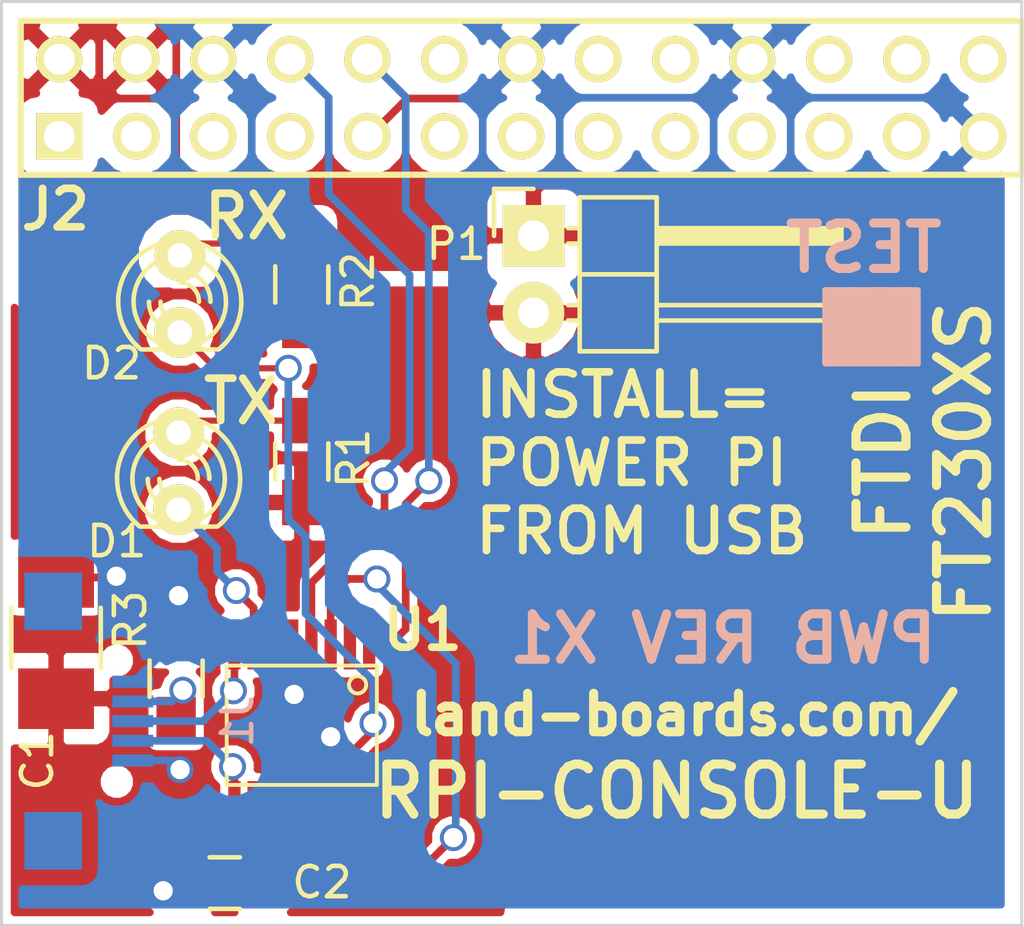
<source format=kicad_pcb>
(kicad_pcb (version 4) (host pcbnew "(after 2015-mar-04 BZR unknown)-product")

  (general
    (links 28)
    (no_connects 0)
    (area -6.497428 -0.050001 34.137601 30.530001)
    (thickness 1.6)
    (drawings 71)
    (tracks 120)
    (zones 0)
    (modules 13)
    (nets 14)
  )

  (page A)
  (title_block
    (title RasPi-GVS-Plus-CFG)
    (rev X1)
    (company land-boards.com)
  )

  (layers
    (0 F.Cu signal)
    (31 B.Cu signal)
    (36 B.SilkS user)
    (37 F.SilkS user)
    (38 B.Mask user)
    (39 F.Mask user)
    (40 Dwgs.User user)
    (41 Cmts.User user)
    (44 Edge.Cuts user)
  )

  (setup
    (last_trace_width 0.254)
    (user_trace_width 0.2032)
    (user_trace_width 0.635)
    (trace_clearance 0.2032)
    (zone_clearance 0.254)
    (zone_45_only no)
    (trace_min 0.2032)
    (segment_width 0.2)
    (edge_width 0.1)
    (via_size 0.889)
    (via_drill 0.635)
    (via_min_size 0.889)
    (via_min_drill 0.508)
    (uvia_size 0.508)
    (uvia_drill 0.127)
    (uvias_allowed no)
    (uvia_min_size 0.508)
    (uvia_min_drill 0.127)
    (pcb_text_width 0.3)
    (pcb_text_size 1.5 1.5)
    (mod_edge_width 0.15)
    (mod_text_size 1.27 1.27)
    (mod_text_width 0.254)
    (pad_size 4.2418 4.2418)
    (pad_drill 2.49936)
    (pad_to_mask_clearance 0)
    (aux_axis_origin 0 0)
    (visible_elements 7FFFFF7F)
    (pcbplotparams
      (layerselection 0x010f0_80000001)
      (usegerberextensions true)
      (excludeedgelayer true)
      (linewidth 0.150000)
      (plotframeref false)
      (viasonmask false)
      (mode 1)
      (useauxorigin false)
      (hpglpennumber 1)
      (hpglpenspeed 20)
      (hpglpendiameter 15)
      (hpglpenoverlay 2)
      (psnegative false)
      (psa4output false)
      (plotreference true)
      (plotvalue true)
      (plotinvisibletext false)
      (padsonsilk false)
      (subtractmaskfromsilk false)
      (outputformat 1)
      (mirror false)
      (drillshape 0)
      (scaleselection 1)
      (outputdirectory plots/))
  )

  (net 0 "")
  (net 1 /+3.3V-USB)
  (net 2 /+5V)
  (net 3 /+5V-USB)
  (net 4 /DM)
  (net 5 /DP)
  (net 6 /GND)
  (net 7 /PI2USB)
  (net 8 /PUP0)
  (net 9 /PUP1)
  (net 10 /RXLED*)
  (net 11 /TXLED*)
  (net 12 /USB2PI)
  (net 13 "Net-(J1-Pad4)")

  (net_class Default "This is the default net class."
    (clearance 0.2032)
    (trace_width 0.254)
    (via_dia 0.889)
    (via_drill 0.635)
    (uvia_dia 0.508)
    (uvia_drill 0.127)
    (add_net /+3.3V-USB)
    (add_net /+5V)
    (add_net /+5V-USB)
    (add_net /DM)
    (add_net /DP)
    (add_net /GND)
    (add_net /PI2USB)
    (add_net /PUP0)
    (add_net /PUP1)
    (add_net /RXLED*)
    (add_net /TXLED*)
    (add_net /USB2PI)
    (add_net "Net-(J1-Pad4)")
  )

  (net_class POWER025 ""
    (clearance 0.381)
    (trace_width 0.635)
    (via_dia 0.889)
    (via_drill 0.635)
    (uvia_dia 0.508)
    (uvia_drill 0.127)
  )

  (module Capacitors_SMD:C_1210_HandSoldering (layer F.Cu) (tedit 56269AC2) (tstamp 56269545)
    (at 1.8 21 90)
    (descr "Capacitor SMD 1210, hand soldering")
    (tags "capacitor 1210")
    (path /54848979)
    (attr smd)
    (fp_text reference C1 (at -4.05 -0.62 90) (layer F.SilkS)
      (effects (font (size 1 1) (thickness 0.15)))
    )
    (fp_text value 10uF (at 0 2.7 90) (layer Dwgs.User) hide
      (effects (font (size 1 1) (thickness 0.15)))
    )
    (fp_line (start -3.3 -1.6) (end 3.3 -1.6) (layer F.CrtYd) (width 0.05))
    (fp_line (start -3.3 1.6) (end 3.3 1.6) (layer F.CrtYd) (width 0.05))
    (fp_line (start -3.3 -1.6) (end -3.3 1.6) (layer F.CrtYd) (width 0.05))
    (fp_line (start 3.3 -1.6) (end 3.3 1.6) (layer F.CrtYd) (width 0.05))
    (fp_line (start 1 -1.475) (end -1 -1.475) (layer F.SilkS) (width 0.15))
    (fp_line (start -1 1.475) (end 1 1.475) (layer F.SilkS) (width 0.15))
    (pad 1 smd rect (at -2 0 90) (size 2 2.5) (layers F.Cu F.Mask)
      (net 3 /+5V-USB))
    (pad 2 smd rect (at 2 0 90) (size 2 2.5) (layers F.Cu F.Mask)
      (net 6 /GND))
    (model Capacitors_SMD.3dshapes/C_1210_HandSoldering.wrl
      (at (xyz 0 0 0))
      (scale (xyz 1 1 1))
      (rotate (xyz 0 0 0))
    )
  )

  (module FIDUCIAL (layer F.Cu) (tedit 518BF783) (tstamp 53F20D67)
    (at 1.778 9.144)
    (path /53F2073B)
    (fp_text reference FID1 (at 0 2.3495) (layer F.SilkS) hide
      (effects (font (size 1.27 1.27) (thickness 0.254)))
    )
    (fp_text value CONN_1 (at 0.127 -2.794) (layer F.SilkS) hide
      (effects (font (size 1.016 1.016) (thickness 0.2032)))
    )
    (pad 1 smd circle (at 0 0) (size 1 1) (layers F.Cu F.Mask)
      (solder_mask_margin 1) (clearance 1))
  )

  (module FIDUCIAL (layer F.Cu) (tedit 553672E7) (tstamp 53F20D6C)
    (at 30.48 8.382)
    (path /53F2074A)
    (fp_text reference FID2 (at 0 2.3495) (layer F.SilkS) hide
      (effects (font (size 1.27 1.27) (thickness 0.254)))
    )
    (fp_text value CONN_1 (at 0.127 -2.794) (layer F.SilkS) hide
      (effects (font (size 1.016 1.016) (thickness 0.2032)))
    )
    (pad 1 smd circle (at 1.27 20.066) (size 1 1) (layers F.Cu F.Mask)
      (solder_mask_margin 1) (clearance 1))
  )

  (module ssop-16 (layer F.Cu) (tedit 55367D23) (tstamp 53CE8BDE)
    (at 9.906 23.876 180)
    (descr SSOP-16)
    (path /54848999)
    (clearance 0.1524)
    (attr smd)
    (fp_text reference U1 (at -3.986 3.15 180) (layer F.SilkS)
      (effects (font (size 1.27 1.27) (thickness 0.254)))
    )
    (fp_text value FT230XS (at 0 -0.89916 180) (layer F.SilkS) hide
      (effects (font (size 0.50038 0.50038) (thickness 0.09906)))
    )
    (fp_line (start -2.4765 1.9685) (end 2.4765 1.9685) (layer F.SilkS) (width 0.127))
    (fp_line (start 2.4765 1.9685) (end 2.4765 -1.9685) (layer F.SilkS) (width 0.127))
    (fp_line (start 2.4765 -1.9685) (end -2.4765 -1.9685) (layer F.SilkS) (width 0.127))
    (fp_line (start -2.4765 -1.9685) (end -2.4765 1.9685) (layer F.SilkS) (width 0.127))
    (fp_circle (center -1.8415 1.3335) (end -1.9685 1.5875) (layer F.SilkS) (width 0.127))
    (pad 4 smd rect (at -0.3175 2.667 180) (size 0.4064 1.651) (layers F.Cu F.Mask)
      (net 7 /PI2USB))
    (pad 5 smd rect (at 0.3175 2.667 180) (size 0.4064 1.651) (layers F.Cu F.Mask)
      (net 6 /GND))
    (pad 6 smd rect (at 0.9525 2.667 180) (size 0.4064 1.651) (layers F.Cu F.Mask))
    (pad 7 smd rect (at 1.5875 2.667 180) (size 0.4064 1.651) (layers F.Cu F.Mask)
      (net 11 /TXLED*))
    (pad 16 smd rect (at -2.2225 -2.667 180) (size 0.4064 1.651) (layers F.Cu F.Mask))
    (pad 1 smd rect (at -2.2225 2.667 180) (size 0.4064 1.651) (layers F.Cu F.Mask)
      (net 12 /USB2PI))
    (pad 2 smd rect (at -1.5875 2.667 180) (size 0.4064 1.651) (layers F.Cu F.Mask))
    (pad 3 smd rect (at -0.9525 2.667 180) (size 0.4064 1.651) (layers F.Cu F.Mask)
      (net 1 /+3.3V-USB))
    (pad 9 smd rect (at 2.2225 -2.667 180) (size 0.4064 1.651) (layers F.Cu F.Mask)
      (net 4 /DM))
    (pad 10 smd rect (at 1.5875 -2.667 180) (size 0.4064 1.651) (layers F.Cu F.Mask)
      (net 1 /+3.3V-USB))
    (pad 11 smd rect (at 0.9525 -2.667 180) (size 0.4064 1.651) (layers F.Cu F.Mask))
    (pad 12 smd rect (at 0.3175 -2.667 180) (size 0.4064 1.651) (layers F.Cu F.Mask)
      (net 3 /+5V-USB))
    (pad 13 smd rect (at -0.3175 -2.667 180) (size 0.4064 1.651) (layers F.Cu F.Mask)
      (net 6 /GND))
    (pad 14 smd rect (at -0.9525 -2.667 180) (size 0.4064 1.651) (layers F.Cu F.Mask)
      (net 10 /RXLED*))
    (pad 8 smd rect (at 2.2225 2.667 180) (size 0.4064 1.651) (layers F.Cu F.Mask)
      (net 5 /DP))
    (pad 15 smd rect (at -1.5875 -2.667 180) (size 0.4064 1.651) (layers F.Cu F.Mask))
    (model smd/smd_dil/ssop-16.wrl
      (at (xyz 0 0 0))
      (scale (xyz 1 1 1))
      (rotate (xyz 0 0 0))
    )
  )

  (module pin_array_13x2 (layer F.Cu) (tedit 56266096) (tstamp 54848BB4)
    (at 17.145 3.175)
    (descr "2 x 13 pins connector")
    (tags CONN)
    (path /54848B62)
    (clearance 0.2032)
    (fp_text reference J2 (at -15.367 3.683) (layer F.SilkS)
      (effects (font (size 1.27 1.27) (thickness 0.254)))
    )
    (fp_text value RASPIO (at 6.145 3.454) (layer F.SilkS) hide
      (effects (font (size 1.016 1.016) (thickness 0.2032)))
    )
    (fp_line (start -16.51 2.54) (end 16.51 2.54) (layer F.SilkS) (width 0.2032))
    (fp_line (start 16.51 -2.54) (end -16.51 -2.54) (layer F.SilkS) (width 0.2032))
    (fp_line (start -16.51 -2.54) (end -16.51 2.54) (layer F.SilkS) (width 0.2032))
    (fp_line (start 16.51 2.54) (end 16.51 -2.54) (layer F.SilkS) (width 0.2032))
    (pad 1 thru_hole rect (at -15.24 1.27) (size 1.524 1.524) (drill 1.016) (layers *.Cu *.Mask F.SilkS))
    (pad 2 thru_hole circle (at -15.24 -1.27) (size 1.524 1.524) (drill 1.016) (layers *.Cu *.Mask F.SilkS)
      (net 2 /+5V))
    (pad 3 thru_hole circle (at -12.7 1.27) (size 1.524 1.524) (drill 1.016) (layers *.Cu *.Mask F.SilkS))
    (pad 4 thru_hole circle (at -12.7 -1.27) (size 1.524 1.524) (drill 1.016) (layers *.Cu *.Mask F.SilkS)
      (net 2 /+5V))
    (pad 5 thru_hole circle (at -10.16 1.27) (size 1.524 1.524) (drill 1.016) (layers *.Cu *.Mask F.SilkS))
    (pad 6 thru_hole circle (at -10.16 -1.27) (size 1.524 1.524) (drill 1.016) (layers *.Cu *.Mask F.SilkS)
      (net 6 /GND))
    (pad 7 thru_hole circle (at -7.62 1.27) (size 1.524 1.524) (drill 1.016) (layers *.Cu *.Mask F.SilkS))
    (pad 8 thru_hole circle (at -7.62 -1.27) (size 1.524 1.524) (drill 1.016) (layers *.Cu *.Mask F.SilkS)
      (net 7 /PI2USB))
    (pad 9 thru_hole circle (at -5.08 1.27) (size 1.524 1.524) (drill 1.016) (layers *.Cu *.Mask F.SilkS)
      (net 6 /GND))
    (pad 10 thru_hole circle (at -5.08 -1.27) (size 1.524 1.524) (drill 1.016) (layers *.Cu *.Mask F.SilkS)
      (net 12 /USB2PI))
    (pad 11 thru_hole circle (at -2.54 1.27) (size 1.524 1.524) (drill 1.016) (layers *.Cu *.Mask F.SilkS))
    (pad 12 thru_hole circle (at -2.54 -1.27) (size 1.524 1.524) (drill 1.016) (layers *.Cu *.Mask F.SilkS))
    (pad 13 thru_hole circle (at 0 1.27) (size 1.524 1.524) (drill 1.016) (layers *.Cu *.Mask F.SilkS))
    (pad 14 thru_hole circle (at 0 -1.27) (size 1.524 1.524) (drill 1.016) (layers *.Cu *.Mask F.SilkS)
      (net 6 /GND))
    (pad 15 thru_hole circle (at 2.54 1.27) (size 1.524 1.524) (drill 1.016) (layers *.Cu *.Mask F.SilkS))
    (pad 16 thru_hole circle (at 2.54 -1.27) (size 1.524 1.524) (drill 1.016) (layers *.Cu *.Mask F.SilkS))
    (pad 17 thru_hole circle (at 5.08 1.27) (size 1.524 1.524) (drill 1.016) (layers *.Cu *.Mask F.SilkS))
    (pad 18 thru_hole circle (at 5.08 -1.27) (size 1.524 1.524) (drill 1.016) (layers *.Cu *.Mask F.SilkS))
    (pad 19 thru_hole circle (at 7.62 1.27) (size 1.524 1.524) (drill 1.016) (layers *.Cu *.Mask F.SilkS))
    (pad 20 thru_hole circle (at 7.62 -1.27) (size 1.524 1.524) (drill 1.016) (layers *.Cu *.Mask F.SilkS)
      (net 6 /GND))
    (pad 21 thru_hole circle (at 10.16 1.27) (size 1.524 1.524) (drill 1.016) (layers *.Cu *.Mask F.SilkS))
    (pad 22 thru_hole circle (at 10.16 -1.27) (size 1.524 1.524) (drill 1.016) (layers *.Cu *.Mask F.SilkS))
    (pad 23 thru_hole circle (at 12.7 1.27) (size 1.524 1.524) (drill 1.016) (layers *.Cu *.Mask F.SilkS))
    (pad 24 thru_hole circle (at 12.7 -1.27) (size 1.524 1.524) (drill 1.016) (layers *.Cu *.Mask F.SilkS))
    (pad 25 thru_hole circle (at 15.24 1.27) (size 1.524 1.524) (drill 1.016) (layers *.Cu *.Mask F.SilkS)
      (net 6 /GND))
    (pad 26 thru_hole circle (at 15.24 -1.27) (size 1.524 1.524) (drill 1.016) (layers *.Cu *.Mask F.SilkS))
    (model pin_array/pins_array_13x2.wrl
      (at (xyz 0 0 0))
      (scale (xyz 1 1 1))
      (rotate (xyz 0 0 0))
    )
  )

  (module LEDs:LED-3MM (layer F.Cu) (tedit 5626AA32) (tstamp 5536AE98)
    (at 5.842 15.494 270)
    (descr "LED 3mm - Lead pitch 100mil (2,54mm)")
    (tags "LED led 3mm 3MM 100mil 2,54mm")
    (path /548489AA)
    (fp_text reference D1 (at 2.316 2.042 360) (layer F.SilkS)
      (effects (font (size 1 1) (thickness 0.15)))
    )
    (fp_text value LED (at 0 2.54 270) (layer F.SilkS) hide
      (effects (font (size 1 1) (thickness 0.15)))
    )
    (fp_line (start 1.8288 1.27) (end 1.8288 -1.27) (layer F.SilkS) (width 0.15))
    (fp_arc (start 0.254 0) (end -1.27 0) (angle 39.8) (layer F.SilkS) (width 0.15))
    (fp_arc (start 0.254 0) (end -0.88392 1.01092) (angle 41.6) (layer F.SilkS) (width 0.15))
    (fp_arc (start 0.254 0) (end 1.4097 -0.9906) (angle 40.6) (layer F.SilkS) (width 0.15))
    (fp_arc (start 0.254 0) (end 1.778 0) (angle 39.8) (layer F.SilkS) (width 0.15))
    (fp_arc (start 0.254 0) (end 0.254 -1.524) (angle 54.4) (layer F.SilkS) (width 0.15))
    (fp_arc (start 0.254 0) (end -0.9652 -0.9144) (angle 53.1) (layer F.SilkS) (width 0.15))
    (fp_arc (start 0.254 0) (end 1.45542 0.93472) (angle 52.1) (layer F.SilkS) (width 0.15))
    (fp_arc (start 0.254 0) (end 0.254 1.524) (angle 52.1) (layer F.SilkS) (width 0.15))
    (fp_arc (start 0.254 0) (end -0.381 0) (angle 90) (layer F.SilkS) (width 0.15))
    (fp_arc (start 0.254 0) (end -0.762 0) (angle 90) (layer F.SilkS) (width 0.15))
    (fp_arc (start 0.254 0) (end 0.889 0) (angle 90) (layer F.SilkS) (width 0.15))
    (fp_arc (start 0.254 0) (end 1.27 0) (angle 90) (layer F.SilkS) (width 0.15))
    (fp_arc (start 0.254 0) (end 0.254 -2.032) (angle 50.1) (layer F.SilkS) (width 0.15))
    (fp_arc (start 0.254 0) (end -1.5367 -0.95504) (angle 61.9) (layer F.SilkS) (width 0.15))
    (fp_arc (start 0.254 0) (end 1.8034 1.31064) (angle 49.7) (layer F.SilkS) (width 0.15))
    (fp_arc (start 0.254 0) (end 0.254 2.032) (angle 60.2) (layer F.SilkS) (width 0.15))
    (fp_arc (start 0.254 0) (end -1.778 0) (angle 28.3) (layer F.SilkS) (width 0.15))
    (fp_arc (start 0.254 0) (end -1.47574 1.06426) (angle 31.6) (layer F.SilkS) (width 0.15))
    (pad 1 thru_hole circle (at -1.27 0 270) (size 1.6764 1.6764) (drill 0.8128) (layers *.Cu *.Mask F.SilkS)
      (net 8 /PUP0))
    (pad 2 thru_hole circle (at 1.27 0 270) (size 1.6764 1.6764) (drill 0.8128) (layers *.Cu *.Mask F.SilkS)
      (net 11 /TXLED*))
    (model LEDs.3dshapes/LED-3MM.wrl
      (at (xyz 0 0 0))
      (scale (xyz 1 1 1))
      (rotate (xyz 0 0 0))
    )
  )

  (module LEDs:LED-3MM (layer F.Cu) (tedit 5626AA34) (tstamp 5536AEB0)
    (at 5.88 9.65 270)
    (descr "LED 3mm - Lead pitch 100mil (2,54mm)")
    (tags "LED led 3mm 3MM 100mil 2,54mm")
    (path /548489B0)
    (fp_text reference D2 (at 2.29 2.25 360) (layer F.SilkS)
      (effects (font (size 1 1) (thickness 0.15)))
    )
    (fp_text value LED (at 0 2.54 270) (layer F.SilkS) hide
      (effects (font (size 1 1) (thickness 0.15)))
    )
    (fp_line (start 1.8288 1.27) (end 1.8288 -1.27) (layer F.SilkS) (width 0.15))
    (fp_arc (start 0.254 0) (end -1.27 0) (angle 39.8) (layer F.SilkS) (width 0.15))
    (fp_arc (start 0.254 0) (end -0.88392 1.01092) (angle 41.6) (layer F.SilkS) (width 0.15))
    (fp_arc (start 0.254 0) (end 1.4097 -0.9906) (angle 40.6) (layer F.SilkS) (width 0.15))
    (fp_arc (start 0.254 0) (end 1.778 0) (angle 39.8) (layer F.SilkS) (width 0.15))
    (fp_arc (start 0.254 0) (end 0.254 -1.524) (angle 54.4) (layer F.SilkS) (width 0.15))
    (fp_arc (start 0.254 0) (end -0.9652 -0.9144) (angle 53.1) (layer F.SilkS) (width 0.15))
    (fp_arc (start 0.254 0) (end 1.45542 0.93472) (angle 52.1) (layer F.SilkS) (width 0.15))
    (fp_arc (start 0.254 0) (end 0.254 1.524) (angle 52.1) (layer F.SilkS) (width 0.15))
    (fp_arc (start 0.254 0) (end -0.381 0) (angle 90) (layer F.SilkS) (width 0.15))
    (fp_arc (start 0.254 0) (end -0.762 0) (angle 90) (layer F.SilkS) (width 0.15))
    (fp_arc (start 0.254 0) (end 0.889 0) (angle 90) (layer F.SilkS) (width 0.15))
    (fp_arc (start 0.254 0) (end 1.27 0) (angle 90) (layer F.SilkS) (width 0.15))
    (fp_arc (start 0.254 0) (end 0.254 -2.032) (angle 50.1) (layer F.SilkS) (width 0.15))
    (fp_arc (start 0.254 0) (end -1.5367 -0.95504) (angle 61.9) (layer F.SilkS) (width 0.15))
    (fp_arc (start 0.254 0) (end 1.8034 1.31064) (angle 49.7) (layer F.SilkS) (width 0.15))
    (fp_arc (start 0.254 0) (end 0.254 2.032) (angle 60.2) (layer F.SilkS) (width 0.15))
    (fp_arc (start 0.254 0) (end -1.778 0) (angle 28.3) (layer F.SilkS) (width 0.15))
    (fp_arc (start 0.254 0) (end -1.47574 1.06426) (angle 31.6) (layer F.SilkS) (width 0.15))
    (pad 1 thru_hole circle (at -1.27 0 270) (size 1.6764 1.6764) (drill 0.8128) (layers *.Cu *.Mask F.SilkS)
      (net 9 /PUP1))
    (pad 2 thru_hole circle (at 1.27 0 270) (size 1.6764 1.6764) (drill 0.8128) (layers *.Cu *.Mask F.SilkS)
      (net 10 /RXLED*))
    (model LEDs.3dshapes/LED-3MM.wrl
      (at (xyz 0 0 0))
      (scale (xyz 1 1 1))
      (rotate (xyz 0 0 0))
    )
  )

  (module Resistors_SMD:R_0805_HandSoldering (layer F.Cu) (tedit 56269ACA) (tstamp 562666D7)
    (at 5.76 22.34 90)
    (descr "Resistor SMD 0805, hand soldering")
    (tags "resistor 0805")
    (path /562667AB)
    (attr smd)
    (fp_text reference R3 (at 1.93 -1.51 90) (layer F.SilkS)
      (effects (font (size 1 1) (thickness 0.15)))
    )
    (fp_text value 130K (at 0 2.1 90) (layer Dwgs.User) hide
      (effects (font (size 1 1) (thickness 0.15)))
    )
    (fp_line (start -2.4 -1) (end 2.4 -1) (layer F.CrtYd) (width 0.05))
    (fp_line (start -2.4 1) (end 2.4 1) (layer F.CrtYd) (width 0.05))
    (fp_line (start -2.4 -1) (end -2.4 1) (layer F.CrtYd) (width 0.05))
    (fp_line (start 2.4 -1) (end 2.4 1) (layer F.CrtYd) (width 0.05))
    (fp_line (start 0.6 0.875) (end -0.6 0.875) (layer F.SilkS) (width 0.15))
    (fp_line (start -0.6 -0.875) (end 0.6 -0.875) (layer F.SilkS) (width 0.15))
    (pad 1 smd rect (at -1.35 0 90) (size 1.5 1.3) (layers F.Cu F.Mask)
      (net 13 "Net-(J1-Pad4)"))
    (pad 2 smd rect (at 1.35 0 90) (size 1.5 1.3) (layers F.Cu F.Mask)
      (net 6 /GND))
    (model Resistors_SMD.3dshapes/R_0805_HandSoldering.wrl
      (at (xyz 0 0 0))
      (scale (xyz 1 1 1))
      (rotate (xyz 0 0 0))
    )
  )

  (module Capacitors_SMD:C_0805_HandSoldering (layer F.Cu) (tedit 56269ABF) (tstamp 56269550)
    (at 7.366 29.083 180)
    (descr "Capacitor SMD 0805, hand soldering")
    (tags "capacitor 0805")
    (path /5484896F)
    (attr smd)
    (fp_text reference C2 (at -3.204 0.023 180) (layer F.SilkS)
      (effects (font (size 1 1) (thickness 0.15)))
    )
    (fp_text value 0.1uF (at 0 2.1 180) (layer F.SilkS) hide
      (effects (font (size 1 1) (thickness 0.15)))
    )
    (fp_line (start -2.3 -1) (end 2.3 -1) (layer F.CrtYd) (width 0.05))
    (fp_line (start -2.3 1) (end 2.3 1) (layer F.CrtYd) (width 0.05))
    (fp_line (start -2.3 -1) (end -2.3 1) (layer F.CrtYd) (width 0.05))
    (fp_line (start 2.3 -1) (end 2.3 1) (layer F.CrtYd) (width 0.05))
    (fp_line (start 0.5 -0.85) (end -0.5 -0.85) (layer F.SilkS) (width 0.15))
    (fp_line (start -0.5 0.85) (end 0.5 0.85) (layer F.SilkS) (width 0.15))
    (pad 1 smd rect (at -1.25 0 180) (size 1.5 1.25) (layers F.Cu F.Mask)
      (net 1 /+3.3V-USB))
    (pad 2 smd rect (at 1.25 0 180) (size 1.5 1.25) (layers F.Cu F.Mask)
      (net 6 /GND))
    (model Capacitors_SMD.3dshapes/C_0805_HandSoldering.wrl
      (at (xyz 0 0 0))
      (scale (xyz 1 1 1))
      (rotate (xyz 0 0 0))
    )
  )

  (module Resistors_SMD:R_0805_HandSoldering (layer F.Cu) (tedit 5626A9C0) (tstamp 56269567)
    (at 9.906 15.1765 90)
    (descr "Resistor SMD 0805, hand soldering")
    (tags "resistor 0805")
    (path /54848962)
    (attr smd)
    (fp_text reference R1 (at 0.1065 1.704 90) (layer F.SilkS)
      (effects (font (size 1 1) (thickness 0.15)))
    )
    (fp_text value 270 (at 0 2.1 90) (layer Dwgs.User) hide
      (effects (font (size 1 1) (thickness 0.15)))
    )
    (fp_line (start -2.4 -1) (end 2.4 -1) (layer F.CrtYd) (width 0.05))
    (fp_line (start -2.4 1) (end 2.4 1) (layer F.CrtYd) (width 0.05))
    (fp_line (start -2.4 -1) (end -2.4 1) (layer F.CrtYd) (width 0.05))
    (fp_line (start 2.4 -1) (end 2.4 1) (layer F.CrtYd) (width 0.05))
    (fp_line (start 0.6 0.875) (end -0.6 0.875) (layer F.SilkS) (width 0.15))
    (fp_line (start -0.6 -0.875) (end 0.6 -0.875) (layer F.SilkS) (width 0.15))
    (pad 1 smd rect (at -1.35 0 90) (size 1.5 1.3) (layers F.Cu F.Mask)
      (net 3 /+5V-USB))
    (pad 2 smd rect (at 1.35 0 90) (size 1.5 1.3) (layers F.Cu F.Mask)
      (net 8 /PUP0))
    (model Resistors_SMD.3dshapes/R_0805_HandSoldering.wrl
      (at (xyz 0 0 0))
      (scale (xyz 1 1 1))
      (rotate (xyz 0 0 0))
    )
  )

  (module Resistors_SMD:R_0805_HandSoldering (layer F.Cu) (tedit 5626A9BD) (tstamp 56269572)
    (at 9.906 9.3345 90)
    (descr "Resistor SMD 0805, hand soldering")
    (tags "resistor 0805")
    (path /54848958)
    (attr smd)
    (fp_text reference R2 (at 0.0945 1.854 90) (layer F.SilkS)
      (effects (font (size 1 1) (thickness 0.15)))
    )
    (fp_text value 270 (at 0 2.1 90) (layer Dwgs.User) hide
      (effects (font (size 1 1) (thickness 0.15)))
    )
    (fp_line (start -2.4 -1) (end 2.4 -1) (layer F.CrtYd) (width 0.05))
    (fp_line (start -2.4 1) (end 2.4 1) (layer F.CrtYd) (width 0.05))
    (fp_line (start -2.4 -1) (end -2.4 1) (layer F.CrtYd) (width 0.05))
    (fp_line (start 2.4 -1) (end 2.4 1) (layer F.CrtYd) (width 0.05))
    (fp_line (start 0.6 0.875) (end -0.6 0.875) (layer F.SilkS) (width 0.15))
    (fp_line (start -0.6 -0.875) (end 0.6 -0.875) (layer F.SilkS) (width 0.15))
    (pad 1 smd rect (at -1.35 0 90) (size 1.5 1.3) (layers F.Cu F.Mask)
      (net 3 /+5V-USB))
    (pad 2 smd rect (at 1.35 0 90) (size 1.5 1.3) (layers F.Cu F.Mask)
      (net 9 /PUP1))
    (model Resistors_SMD.3dshapes/R_0805_HandSoldering.wrl
      (at (xyz 0 0 0))
      (scale (xyz 1 1 1))
      (rotate (xyz 0 0 0))
    )
  )

  (module DougsNewMods:USB_Micro-B-Wellco-SMT (layer B.Cu) (tedit 56269979) (tstamp 5626955B)
    (at 4.33 23.74 90)
    (descr "Micro USB Type B Receptacle")
    (tags "USB USB_B USB_micro USB_OTG")
    (path /562660F8)
    (attr smd)
    (fp_text reference J1 (at 0 3.45 90) (layer B.SilkS)
      (effects (font (size 1 1) (thickness 0.15)) (justify mirror))
    )
    (fp_text value USB-MICRO-B (at 0 -4.8 90) (layer Dwgs.User) hide
      (effects (font (size 1 1) (thickness 0.15)))
    )
    (pad 1 smd rect (at -1.3 0 90) (size 0.4 1.35) (layers B.Cu B.Mask)
      (net 3 /+5V-USB))
    (pad 2 smd rect (at -0.65 0 90) (size 0.4 1.35) (layers B.Cu B.Mask)
      (net 4 /DM))
    (pad 3 smd rect (at 0 0 90) (size 0.4 1.35) (layers B.Cu B.Mask)
      (net 5 /DP))
    (pad 4 smd rect (at 0.65 0 90) (size 0.4 1.35) (layers B.Cu B.Mask)
      (net 13 "Net-(J1-Pad4)"))
    (pad 5 smd rect (at 1.3 0 90) (size 0.4 1.35) (layers B.Cu B.Mask)
      (net 6 /GND))
    (pad "" np_thru_hole circle (at -2 -0.525) (size 0.55 0.55) (drill 0.55) (layers *.Cu *.Mask B.SilkS))
    (pad "" np_thru_hole circle (at 2 -0.525) (size 0.55 0.55) (drill oval 0.55) (layers *.Cu *.Mask B.SilkS))
    (pad 7 smd rect (at -3.95 -2.625) (size 1.9 1.9) (layers B.Cu B.Mask))
    (pad 6 smd rect (at 3.95 -2.625) (size 1.9 1.9) (layers B.Cu B.Mask))
  )

  (module Pin_Headers:Pin_Header_Angled_1x02 (layer F.Cu) (tedit 56648F57) (tstamp 5626B127)
    (at 17.55 7.73)
    (descr "Through hole pin header")
    (tags "pin header")
    (path /5484B32D)
    (fp_text reference P1 (at -2.55 0.27) (layer F.SilkS)
      (effects (font (size 1 1) (thickness 0.15)))
    )
    (fp_text value CONN_2 (at 0 -3.1) (layer F.SilkS) hide
      (effects (font (size 1 1) (thickness 0.15)))
    )
    (fp_line (start -1.5 -1.75) (end -1.5 4.3) (layer F.CrtYd) (width 0.05))
    (fp_line (start 10.65 -1.75) (end 10.65 4.3) (layer F.CrtYd) (width 0.05))
    (fp_line (start -1.5 -1.75) (end 10.65 -1.75) (layer F.CrtYd) (width 0.05))
    (fp_line (start -1.5 4.3) (end 10.65 4.3) (layer F.CrtYd) (width 0.05))
    (fp_line (start -1.3 -1.55) (end -1.3 0) (layer F.SilkS) (width 0.15))
    (fp_line (start 0 -1.55) (end -1.3 -1.55) (layer F.SilkS) (width 0.15))
    (fp_line (start 4.191 -0.127) (end 10.033 -0.127) (layer F.SilkS) (width 0.15))
    (fp_line (start 10.033 -0.127) (end 10.033 0.127) (layer F.SilkS) (width 0.15))
    (fp_line (start 10.033 0.127) (end 4.191 0.127) (layer F.SilkS) (width 0.15))
    (fp_line (start 4.191 0.127) (end 4.191 0) (layer F.SilkS) (width 0.15))
    (fp_line (start 4.191 0) (end 10.033 0) (layer F.SilkS) (width 0.15))
    (fp_line (start 1.524 -0.254) (end 1.143 -0.254) (layer F.SilkS) (width 0.15))
    (fp_line (start 1.524 0.254) (end 1.143 0.254) (layer F.SilkS) (width 0.15))
    (fp_line (start 1.524 2.286) (end 1.143 2.286) (layer F.SilkS) (width 0.15))
    (fp_line (start 1.524 2.794) (end 1.143 2.794) (layer F.SilkS) (width 0.15))
    (fp_line (start 1.524 -1.27) (end 4.064 -1.27) (layer F.SilkS) (width 0.15))
    (fp_line (start 1.524 1.27) (end 4.064 1.27) (layer F.SilkS) (width 0.15))
    (fp_line (start 1.524 1.27) (end 1.524 3.81) (layer F.SilkS) (width 0.15))
    (fp_line (start 1.524 3.81) (end 4.064 3.81) (layer F.SilkS) (width 0.15))
    (fp_line (start 4.064 2.286) (end 10.16 2.286) (layer F.SilkS) (width 0.15))
    (fp_line (start 10.16 2.286) (end 10.16 2.794) (layer F.SilkS) (width 0.15))
    (fp_line (start 10.16 2.794) (end 4.064 2.794) (layer F.SilkS) (width 0.15))
    (fp_line (start 4.064 3.81) (end 4.064 1.27) (layer F.SilkS) (width 0.15))
    (fp_line (start 4.064 1.27) (end 4.064 -1.27) (layer F.SilkS) (width 0.15))
    (fp_line (start 10.16 0.254) (end 4.064 0.254) (layer F.SilkS) (width 0.15))
    (fp_line (start 10.16 -0.254) (end 10.16 0.254) (layer F.SilkS) (width 0.15))
    (fp_line (start 4.064 -0.254) (end 10.16 -0.254) (layer F.SilkS) (width 0.15))
    (fp_line (start 1.524 1.27) (end 4.064 1.27) (layer F.SilkS) (width 0.15))
    (fp_line (start 1.524 -1.27) (end 1.524 1.27) (layer F.SilkS) (width 0.15))
    (pad 1 thru_hole rect (at 0 0) (size 2.032 2.032) (drill 1.016) (layers *.Cu *.Mask F.SilkS)
      (net 2 /+5V))
    (pad 2 thru_hole oval (at 0 2.54) (size 2.032 2.032) (drill 1.016) (layers *.Cu *.Mask F.SilkS)
      (net 3 /+5V-USB))
    (model Pin_Headers.3dshapes/Pin_Header_Angled_1x02.wrl
      (at (xyz 0 -0.05 0))
      (scale (xyz 1 1 1))
      (rotate (xyz 0 0 90))
    )
  )

  (gr_text TX (at 6.53 13.19) (layer F.SilkS)
    (effects (font (size 1.397 1.397) (thickness 0.254)) (justify left))
  )
  (gr_text RX (at 6.55 7.09) (layer F.SilkS)
    (effects (font (size 1.397 1.397) (thickness 0.254)) (justify left))
  )
  (gr_text "FTDI\nFT230XS" (at 30.42 15.18 90) (layer F.SilkS)
    (effects (font (size 1.651 1.651) (thickness 0.3)))
  )
  (gr_text TEST (at 28.448 8.128) (layer B.SilkS)
    (effects (font (size 1.5 1.5) (thickness 0.3)) (justify mirror))
  )
  (gr_line (start 30.099 9.652) (end 29.972 9.779) (angle 90) (layer B.SilkS) (width 0.2))
  (gr_line (start 30.099 11.811) (end 30.099 9.652) (angle 90) (layer B.SilkS) (width 0.2))
  (gr_line (start 29.972 11.811) (end 30.099 11.811) (angle 90) (layer B.SilkS) (width 0.2))
  (gr_line (start 29.972 9.525) (end 29.972 11.811) (angle 90) (layer B.SilkS) (width 0.2))
  (gr_line (start 29.718 9.525) (end 29.972 9.525) (angle 90) (layer B.SilkS) (width 0.2))
  (gr_line (start 29.718 11.684) (end 29.718 9.525) (angle 90) (layer B.SilkS) (width 0.2))
  (gr_line (start 29.845 11.811) (end 29.718 11.684) (angle 90) (layer B.SilkS) (width 0.2))
  (gr_line (start 29.845 9.525) (end 29.845 11.811) (angle 90) (layer B.SilkS) (width 0.2))
  (gr_line (start 29.591 9.525) (end 29.845 9.525) (angle 90) (layer B.SilkS) (width 0.2))
  (gr_line (start 29.591 11.811) (end 29.591 9.525) (angle 90) (layer B.SilkS) (width 0.2))
  (gr_line (start 29.464 11.938) (end 29.591 11.811) (angle 90) (layer B.SilkS) (width 0.2))
  (gr_line (start 29.464 9.652) (end 29.464 11.938) (angle 90) (layer B.SilkS) (width 0.2))
  (gr_line (start 29.337 9.525) (end 29.464 9.652) (angle 90) (layer B.SilkS) (width 0.2))
  (gr_line (start 29.337 11.811) (end 29.337 9.525) (angle 90) (layer B.SilkS) (width 0.2))
  (gr_line (start 29.21 11.811) (end 29.337 11.811) (angle 90) (layer B.SilkS) (width 0.2))
  (gr_line (start 29.21 9.525) (end 29.21 11.811) (angle 90) (layer B.SilkS) (width 0.2))
  (gr_line (start 29.083 9.525) (end 29.21 9.525) (angle 90) (layer B.SilkS) (width 0.2))
  (gr_line (start 29.083 11.811) (end 29.083 9.525) (angle 90) (layer B.SilkS) (width 0.2))
  (gr_line (start 28.956 11.811) (end 29.083 11.811) (angle 90) (layer B.SilkS) (width 0.2))
  (gr_line (start 28.956 9.525) (end 28.956 11.811) (angle 90) (layer B.SilkS) (width 0.2))
  (gr_line (start 28.829 9.525) (end 28.956 9.525) (angle 90) (layer B.SilkS) (width 0.2))
  (gr_line (start 29.083 9.525) (end 28.829 9.525) (angle 90) (layer B.SilkS) (width 0.2))
  (gr_line (start 28.829 9.525) (end 29.083 9.525) (angle 90) (layer B.SilkS) (width 0.2))
  (gr_line (start 28.829 11.811) (end 28.829 9.525) (angle 90) (layer B.SilkS) (width 0.2))
  (gr_line (start 28.702 11.811) (end 28.829 11.811) (angle 90) (layer B.SilkS) (width 0.2))
  (gr_line (start 28.702 9.525) (end 28.702 11.811) (angle 90) (layer B.SilkS) (width 0.2))
  (gr_line (start 28.575 9.525) (end 28.702 9.525) (angle 90) (layer B.SilkS) (width 0.2))
  (gr_line (start 28.575 11.811) (end 28.575 9.525) (angle 90) (layer B.SilkS) (width 0.2))
  (gr_line (start 28.448 11.938) (end 28.575 11.811) (angle 90) (layer B.SilkS) (width 0.2))
  (gr_line (start 28.448 9.525) (end 28.448 11.938) (angle 90) (layer B.SilkS) (width 0.2))
  (gr_line (start 28.321 9.525) (end 28.448 9.525) (angle 90) (layer B.SilkS) (width 0.2))
  (gr_line (start 28.321 11.811) (end 28.321 9.525) (angle 90) (layer B.SilkS) (width 0.2))
  (gr_line (start 28.194 11.811) (end 28.321 11.811) (angle 90) (layer B.SilkS) (width 0.2))
  (gr_line (start 28.194 9.525) (end 28.194 11.811) (angle 90) (layer B.SilkS) (width 0.2))
  (gr_line (start 28.067 9.525) (end 28.194 9.525) (angle 90) (layer B.SilkS) (width 0.2))
  (gr_line (start 28.067 11.938) (end 28.067 9.525) (angle 90) (layer B.SilkS) (width 0.2))
  (gr_line (start 28.067 9.525) (end 28.067 11.938) (angle 90) (layer B.SilkS) (width 0.2))
  (gr_line (start 27.94 9.525) (end 28.067 9.525) (angle 90) (layer B.SilkS) (width 0.2))
  (gr_line (start 27.94 11.811) (end 27.94 9.525) (angle 90) (layer B.SilkS) (width 0.2))
  (gr_line (start 28.067 11.811) (end 27.94 11.811) (angle 90) (layer B.SilkS) (width 0.2))
  (gr_line (start 27.813 11.811) (end 28.067 11.811) (angle 90) (layer B.SilkS) (width 0.2))
  (gr_line (start 27.813 9.525) (end 27.813 11.811) (angle 90) (layer B.SilkS) (width 0.2))
  (gr_line (start 27.686 9.525) (end 27.813 9.525) (angle 90) (layer B.SilkS) (width 0.2))
  (gr_line (start 27.686 11.938) (end 27.686 9.525) (angle 90) (layer B.SilkS) (width 0.2))
  (gr_line (start 27.559 11.811) (end 27.686 11.938) (angle 90) (layer B.SilkS) (width 0.2))
  (gr_line (start 27.559 9.525) (end 27.559 11.811) (angle 90) (layer B.SilkS) (width 0.2))
  (gr_line (start 27.432 9.525) (end 27.559 9.525) (angle 90) (layer B.SilkS) (width 0.2))
  (gr_line (start 27.432 11.811) (end 27.432 9.525) (angle 90) (layer B.SilkS) (width 0.2))
  (gr_line (start 27.305 11.938) (end 27.432 11.811) (angle 90) (layer B.SilkS) (width 0.2))
  (gr_line (start 27.305 9.525) (end 27.305 11.938) (angle 90) (layer B.SilkS) (width 0.2))
  (gr_line (start 27.178 9.525) (end 27.305 9.525) (angle 90) (layer B.SilkS) (width 0.2))
  (gr_line (start 27.178 11.938) (end 27.178 9.525) (angle 90) (layer B.SilkS) (width 0.2))
  (gr_line (start 27.432 11.938) (end 27.178 11.938) (angle 90) (layer B.SilkS) (width 0.2))
  (gr_line (start 27.178 11.938) (end 27.432 11.938) (angle 90) (layer B.SilkS) (width 0.2))
  (gr_line (start 27.178 11.684) (end 27.178 11.938) (angle 90) (layer B.SilkS) (width 0.2))
  (gr_line (start 27.432 11.938) (end 27.178 11.684) (angle 90) (layer B.SilkS) (width 0.2))
  (gr_line (start 30.226 11.938) (end 27.432 11.938) (angle 90) (layer B.SilkS) (width 0.2))
  (gr_line (start 30.226 9.525) (end 30.226 11.938) (angle 90) (layer B.SilkS) (width 0.2))
  (gr_line (start 27.178 9.525) (end 30.226 9.525) (angle 90) (layer B.SilkS) (width 0.2))
  (gr_text "INSTALL=\nPOWER PI\nFROM USB" (at 15.5 15.23) (layer F.SilkS)
    (effects (font (size 1.397 1.397) (thickness 0.254)) (justify left))
  )
  (gr_text "PWB REV X1" (at 23.8 21.02) (layer B.SilkS)
    (effects (font (size 1.5 1.5) (thickness 0.3)) (justify mirror))
  )
  (gr_text land-boards.com/ (at 22.528 23.52) (layer F.SilkS)
    (effects (font (size 1.27 1.27) (thickness 0.3)))
  )
  (gr_text RPI-CONSOLE-U (at 22.274 26.06) (layer F.SilkS)
    (effects (font (size 1.651 1.55) (thickness 0.3)))
  )
  (gr_line (start 0 0) (end 33.655 0) (angle 90) (layer Edge.Cuts) (width 0.1))
  (gr_line (start 0 30.48) (end 0 0) (angle 90) (layer Edge.Cuts) (width 0.1))
  (gr_line (start 33.655 30.48) (end 0 30.48) (angle 90) (layer Edge.Cuts) (width 0.1))
  (gr_line (start 33.655 0) (end 33.655 30.48) (angle 90) (layer Edge.Cuts) (width 0.1))

  (segment (start 10.8585 19.6215) (end 11.43 19.05) (width 0.254) (layer F.Cu) (net 1) (tstamp 54888F8B))
  (segment (start 8.3185 26.543) (end 8.3185 29.083) (width 0.2032) (layer F.Cu) (net 1) (status 30))
  (segment (start 10.8585 19.6215) (end 11.43 19.05) (width 0.254) (layer F.Cu) (net 1) (tstamp 5489D561))
  (segment (start 10.8585 21.209) (end 10.8585 19.6215) (width 0.254) (layer F.Cu) (net 1) (status 10))
  (segment (start 12.3825 19.2405) (end 14.986 21.844) (width 0.254) (layer B.Cu) (net 1) (tstamp 55367653))
  (segment (start 11.43 19.05) (end 12.3825 19.05) (width 0.254) (layer F.Cu) (net 1) (tstamp 5489D563))
  (via (at 12.3825 19.05) (size 0.889) (layers F.Cu B.Cu) (net 1))
  (segment (start 12.3825 19.05) (end 12.3825 19.2405) (width 0.254) (layer B.Cu) (net 1))
  (segment (start 13.409 29.083) (end 14.908 27.584) (width 0.254) (layer F.Cu) (net 1) (tstamp 55367ADA))
  (via (at 14.908 27.584) (size 0.889) (layers F.Cu B.Cu) (net 1))
  (segment (start 14.908 27.584) (end 14.986 27.506) (width 0.254) (layer B.Cu) (net 1) (tstamp 55367AE0))
  (segment (start 14.986 27.506) (end 14.986 21.844) (width 0.254) (layer B.Cu) (net 1) (tstamp 55367AE1))
  (segment (start 8.3185 29.083) (end 13.409 29.083) (width 0.254) (layer F.Cu) (net 1) (status 10))
  (segment (start 1.929 1.905) (end 3.224 3.2) (width 0.254) (layer F.Cu) (net 2) (tstamp 553679CF) (status 10))
  (segment (start 1.905 1.905) (end 1.929 1.905) (width 0.254) (layer F.Cu) (net 2) (status 30))
  (segment (start 5.764 3.2) (end 5.764 5.232) (width 0.254) (layer F.Cu) (net 2) (tstamp 553679D3))
  (segment (start 3.224 3.2) (end 5.764 3.2) (width 0.254) (layer F.Cu) (net 2))
  (segment (start 5.764 3.2) (end 5.764 0.914) (width 0.254) (layer F.Cu) (net 2))
  (segment (start 3.224 3.2) (end 3.224 0.914) (width 0.254) (layer F.Cu) (net 2))
  (segment (start 4.33 25.04) (end 5.59 25.04) (width 0.254) (layer B.Cu) (net 3))
  (via (at 5.89 25.34) (size 0.889) (layers F.Cu B.Cu) (net 3))
  (segment (start 5.59 25.04) (end 5.89 25.34) (width 0.254) (layer B.Cu) (net 3) (tstamp 56269AF2))
  (segment (start 7.6835 26.543) (end 7.6835 25.3035) (width 0.254) (layer F.Cu) (net 4))
  (segment (start 6.77 24.39) (end 4.33 24.39) (width 0.254) (layer B.Cu) (net 4) (tstamp 56269A21))
  (segment (start 7.62 25.24) (end 6.77 24.39) (width 0.254) (layer B.Cu) (net 4) (tstamp 56269A20))
  (via (at 7.62 25.24) (size 0.889) (layers F.Cu B.Cu) (net 4))
  (segment (start 7.6835 25.3035) (end 7.62 25.24) (width 0.254) (layer F.Cu) (net 4) (tstamp 56269A1E))
  (segment (start 4.33 23.74) (end 6.65 23.74) (width 0.254) (layer B.Cu) (net 5))
  (segment (start 7.6835 22.7065) (end 7.6835 21.209) (width 0.254) (layer F.Cu) (net 5) (tstamp 56269A1B))
  (segment (start 7.65 22.74) (end 7.6835 22.7065) (width 0.254) (layer F.Cu) (net 5) (tstamp 56269A1A))
  (via (at 7.65 22.74) (size 0.889) (layers F.Cu B.Cu) (net 5))
  (segment (start 6.65 23.74) (end 7.65 22.74) (width 0.254) (layer B.Cu) (net 5) (tstamp 56269A18))
  (segment (start 4.33 22.44) (end 4.36 22.44) (width 0.254) (layer B.Cu) (net 6))
  (segment (start 4.36 22.44) (end 4.69 22.11) (width 0.254) (layer B.Cu) (net 6) (tstamp 56269AA1))
  (segment (start 4.69 22.11) (end 4.7 22.11) (width 0.254) (layer B.Cu) (net 6) (tstamp 56269AA3))
  (segment (start 4.7 22.11) (end 5.84 20.97) (width 0.254) (layer B.Cu) (net 6) (tstamp 56269AA4))
  (segment (start 5.84 20.97) (end 5.84 19.6) (width 0.254) (layer B.Cu) (net 6) (tstamp 56269AA6))
  (segment (start 1.8 19) (end 3.75 19) (width 0.254) (layer F.Cu) (net 6))
  (via (at 3.79 18.96) (size 0.889) (layers F.Cu B.Cu) (net 6))
  (segment (start 3.75 19) (end 3.79 18.96) (width 0.254) (layer F.Cu) (net 6) (tstamp 56269A60))
  (segment (start 5.76 20.99) (end 5.76 19.68) (width 0.254) (layer F.Cu) (net 6))
  (via (at 5.84 19.6) (size 0.889) (layers F.Cu B.Cu) (net 6))
  (segment (start 5.76 19.68) (end 5.84 19.6) (width 0.254) (layer F.Cu) (net 6) (tstamp 56269A32))
  (segment (start 15.875 3.175) (end 17.145 1.905) (width 0.254) (layer B.Cu) (net 6) (tstamp 54849449) (status 20))
  (segment (start 15.875 5.207) (end 15.875 3.175) (width 0.254) (layer B.Cu) (net 6))
  (segment (start 23.495 3.175) (end 24.765 1.905) (width 0.254) (layer B.Cu) (net 6) (tstamp 54849457) (status 20))
  (segment (start 23.495 5.461) (end 23.495 3.175) (width 0.254) (layer B.Cu) (net 6))
  (segment (start 5.715 3.175) (end 6.985 1.905) (width 0.254) (layer B.Cu) (net 6) (tstamp 54849476) (status 20))
  (segment (start 5.715 5.08) (end 5.715 3.175) (width 0.254) (layer B.Cu) (net 6))
  (segment (start 18.415 3.175) (end 17.145 1.905) (width 0.254) (layer B.Cu) (net 6) (tstamp 5484947E) (status 20))
  (segment (start 18.415 5.334) (end 18.415 3.175) (width 0.254) (layer B.Cu) (net 6))
  (segment (start 26.035 3.175) (end 24.765 1.905) (width 0.254) (layer B.Cu) (net 6) (tstamp 54849488) (status 20))
  (segment (start 26.035 5.334) (end 26.035 3.175) (width 0.254) (layer B.Cu) (net 6))
  (segment (start 9.5885 22.7965) (end 9.652 22.86) (width 0.254) (layer F.Cu) (net 6) (tstamp 54888EDD))
  (via (at 9.652 22.86) (size 0.889) (layers F.Cu B.Cu) (net 6))
  (segment (start 9.5885 21.209) (end 9.5885 22.7965) (width 0.254) (layer F.Cu) (net 6) (status 10))
  (segment (start 8.255 3.175) (end 6.985 1.905) (width 0.254) (layer B.Cu) (net 6) (tstamp 5484946E) (status 20))
  (segment (start 8.255 5.207) (end 8.255 3.175) (width 0.254) (layer B.Cu) (net 6))
  (segment (start 5.588 29.083) (end 5.334 29.337) (width 0.2032) (layer F.Cu) (net 6) (tstamp 5488B598) (status 10))
  (via (at 5.334 29.337) (size 0.889) (layers F.Cu B.Cu) (net 6))
  (segment (start 6.4135 29.083) (end 5.588 29.083) (width 0.2032) (layer F.Cu) (net 6) (status 30))
  (via (at 10.8585 24.257) (size 0.889) (layers F.Cu B.Cu) (net 6))
  (segment (start 10.2235 24.892) (end 10.8585 24.257) (width 0.254) (layer F.Cu) (net 6) (tstamp 5489D866))
  (segment (start 10.2235 26.543) (end 10.2235 24.892) (width 0.254) (layer F.Cu) (net 6) (status 10))
  (segment (start 31.242 3.175) (end 26.035 3.175) (width 0.254) (layer B.Cu) (net 6))
  (segment (start 23.495 3.175) (end 18.415 3.175) (width 0.254) (layer B.Cu) (net 6))
  (segment (start 15.85 3.2) (end 17.145 1.905) (width 0.254) (layer F.Cu) (net 6) (tstamp 55367865) (status 20))
  (segment (start 13.384 3.2) (end 15.85 3.2) (width 0.254) (layer F.Cu) (net 6) (tstamp 55367862))
  (segment (start 12.139 4.445) (end 13.384 3.2) (width 0.254) (layer F.Cu) (net 6) (tstamp 55367861) (status 10))
  (segment (start 12.065 4.445) (end 12.139 4.445) (width 0.254) (layer F.Cu) (net 6) (status 30))
  (via (at 12.6365 15.8115) (size 0.889) (layers F.Cu B.Cu) (net 7))
  (segment (start 12.6365 16.764) (end 12.6365 15.8115) (width 0.254) (layer F.Cu) (net 7) (tstamp 5489D8D1))
  (segment (start 10.2235 19.177) (end 12.6365 16.764) (width 0.254) (layer F.Cu) (net 7) (tstamp 5489D8D0))
  (segment (start 10.2235 21.209) (end 10.2235 19.177) (width 0.254) (layer F.Cu) (net 7) (status 10))
  (segment (start 12.6365 15.5575) (end 13.462 14.732) (width 0.254) (layer B.Cu) (net 7) (tstamp 548EF544))
  (segment (start 13.462 14.732) (end 13.462 9.017) (width 0.254) (layer B.Cu) (net 7) (tstamp 548EF546))
  (segment (start 13.462 9.017) (end 10.795 6.35) (width 0.254) (layer B.Cu) (net 7) (tstamp 548EF547))
  (segment (start 10.795 6.35) (end 10.795 3.175) (width 0.254) (layer B.Cu) (net 7) (tstamp 548EF54A))
  (segment (start 10.795 3.175) (end 9.525 1.905) (width 0.254) (layer B.Cu) (net 7) (tstamp 548EF54C) (status 20))
  (segment (start 12.6365 15.8115) (end 12.6365 15.5575) (width 0.254) (layer B.Cu) (net 7))
  (segment (start 9.906 13.8265) (end 6.2395 13.8265) (width 0.2032) (layer F.Cu) (net 8))
  (segment (start 6.2395 13.8265) (end 5.842 14.224) (width 0.2032) (layer F.Cu) (net 8) (tstamp 5626A9B5))
  (segment (start 9.906 7.9845) (end 6.2755 7.9845) (width 0.2032) (layer F.Cu) (net 9))
  (segment (start 6.2755 7.9845) (end 5.88 8.38) (width 0.2032) (layer F.Cu) (net 9) (tstamp 5626A9B1))
  (segment (start 9.46 12.1) (end 7.06 12.1) (width 0.2032) (layer F.Cu) (net 10))
  (segment (start 7.06 12.1) (end 5.88 10.92) (width 0.2032) (layer F.Cu) (net 10) (tstamp 5626A9AD))
  (segment (start 9.4615 14.68) (end 9.4615 12.1015) (width 0.254) (layer B.Cu) (net 10))
  (via (at 9.46 12.1) (size 0.889) (layers F.Cu B.Cu) (net 10))
  (segment (start 9.4615 12.1015) (end 9.46 12.1) (width 0.254) (layer B.Cu) (net 10) (tstamp 56269A7F))
  (segment (start 12.2555 24.0665) (end 12.2555 23.8125) (width 0.254) (layer F.Cu) (net 10) (tstamp 5489D855))
  (via (at 12.2555 23.8125) (size 0.889) (layers F.Cu B.Cu) (net 10))
  (segment (start 10.8585 25.4635) (end 12.2555 24.0665) (width 0.254) (layer F.Cu) (net 10) (tstamp 5489D851))
  (segment (start 10.8585 26.543) (end 10.8585 25.4635) (width 0.254) (layer F.Cu) (net 10) (status 10))
  (segment (start 9.4615 17.0815) (end 10.033 17.653) (width 0.254) (layer B.Cu) (net 10) (tstamp 55367661))
  (segment (start 10.033 17.653) (end 10.033 20.193) (width 0.254) (layer B.Cu) (net 10) (tstamp 55367670))
  (segment (start 10.033 20.193) (end 12.2555 22.4155) (width 0.254) (layer B.Cu) (net 10) (tstamp 55367672))
  (segment (start 12.2555 22.4155) (end 12.2555 23.8125) (width 0.254) (layer B.Cu) (net 10) (tstamp 55367674))
  (segment (start 9.4615 14.68) (end 9.4615 17.0815) (width 0.254) (layer B.Cu) (net 10) (tstamp 56269A7D))
  (segment (start 7.112 18.034) (end 5.842 16.764) (width 0.254) (layer B.Cu) (net 11) (tstamp 5489C1F3) (status 20))
  (segment (start 8.3185 20.0025) (end 7.747 19.431) (width 0.254) (layer F.Cu) (net 11) (tstamp 5489C1ED))
  (via (at 7.747 19.431) (size 0.889) (layers F.Cu B.Cu) (net 11))
  (segment (start 7.747 19.431) (end 7.112 18.796) (width 0.254) (layer B.Cu) (net 11) (tstamp 5489C1F1))
  (segment (start 7.112 18.796) (end 7.112 18.034) (width 0.254) (layer B.Cu) (net 11) (tstamp 5489C1F2))
  (segment (start 8.3185 21.209) (end 8.3185 20.0025) (width 0.254) (layer F.Cu) (net 11) (status 10))
  (segment (start 13.335 16.5735) (end 14.097 15.8115) (width 0.254) (layer F.Cu) (net 12) (tstamp 5489D8F5))
  (segment (start 13.335 20.701) (end 13.335 16.5735) (width 0.254) (layer F.Cu) (net 12) (tstamp 5489D8F2))
  (segment (start 12.827 21.209) (end 13.335 20.701) (width 0.254) (layer F.Cu) (net 12) (tstamp 5489D8F1))
  (via (at 14.097 15.8115) (size 0.889) (layers F.Cu B.Cu) (net 12))
  (segment (start 12.1285 21.209) (end 12.827 21.209) (width 0.254) (layer F.Cu) (net 12) (status 10))
  (segment (start 14.097 7.62) (end 14.097 15.8115) (width 0.254) (layer B.Cu) (net 12) (tstamp 553675B2))
  (segment (start 13.335 6.858) (end 14.097 7.62) (width 0.254) (layer B.Cu) (net 12) (tstamp 553675B1))
  (segment (start 12.065 1.905) (end 12.065 2.032) (width 0.254) (layer F.Cu) (net 12) (status 30))
  (segment (start 13.335 3.151) (end 13.335 6.858) (width 0.254) (layer B.Cu) (net 12) (tstamp 5536781B))
  (segment (start 12.089 1.905) (end 13.335 3.151) (width 0.254) (layer B.Cu) (net 12) (tstamp 55367819) (status 10))
  (segment (start 12.065 1.905) (end 12.089 1.905) (width 0.254) (layer B.Cu) (net 12) (status 30))
  (segment (start 4.33 23.09) (end 5.61 23.09) (width 0.254) (layer B.Cu) (net 13))
  (segment (start 5.98 22.72) (end 5.76 22.94) (width 0.254) (layer F.Cu) (net 13) (tstamp 56269A26))
  (via (at 5.98 22.72) (size 0.889) (layers F.Cu B.Cu) (net 13))
  (segment (start 5.61 23.09) (end 5.98 22.72) (width 0.254) (layer B.Cu) (net 13) (tstamp 56269A24))
  (segment (start 5.76 22.94) (end 5.76 23.69) (width 0.254) (layer F.Cu) (net 13) (tstamp 56269A27))

  (zone (net 6) (net_name /GND) (layer B.Cu) (tstamp 548493DB) (hatch edge 0.508)
    (connect_pads (clearance 0.508))
    (min_thickness 0.254)
    (fill yes (arc_segments 16) (thermal_gap 0.508) (thermal_bridge_width 0.508))
    (polygon
      (pts
        (xy 0 0) (xy 33.655 0) (xy 33.655 30.48) (xy 0 30.48)
      )
    )
    (filled_polygon
      (pts
        (xy 8.940512 3.174949) (xy 8.734697 3.25999) (xy 8.341371 3.65263) (xy 8.25505 3.860512) (xy 8.17001 3.654697)
        (xy 7.77737 3.261371) (xy 7.585272 3.181605) (xy 7.716143 3.127397) (xy 7.785608 2.885213) (xy 6.985 2.084605)
        (xy 6.184392 2.885213) (xy 6.253857 3.127397) (xy 6.394317 3.177508) (xy 6.194697 3.25999) (xy 5.801371 3.65263)
        (xy 5.71505 3.860512) (xy 5.63001 3.654697) (xy 5.23737 3.261371) (xy 5.029487 3.17505) (xy 5.235303 3.09001)
        (xy 5.628629 2.69737) (xy 5.708394 2.505272) (xy 5.762603 2.636143) (xy 6.004787 2.705608) (xy 6.805395 1.905)
        (xy 6.004787 1.104392) (xy 5.762603 1.173857) (xy 5.712491 1.314317) (xy 5.63001 1.114697) (xy 5.23737 0.721371)
        (xy 5.149778 0.685) (xy 6.253169 0.685) (xy 6.184392 0.924787) (xy 6.985 1.725395) (xy 7.785608 0.924787)
        (xy 7.71683 0.685) (xy 8.819379 0.685) (xy 8.734697 0.71999) (xy 8.341371 1.11263) (xy 8.261605 1.304727)
        (xy 8.207397 1.173857) (xy 7.965213 1.104392) (xy 7.164605 1.905) (xy 7.965213 2.705608) (xy 8.207397 2.636143)
        (xy 8.257508 2.495682) (xy 8.33999 2.695303) (xy 8.73263 3.088629) (xy 8.940512 3.174949)
      )
    )
    (filled_polygon
      (pts
        (xy 12.258747 4.459142) (xy 12.079142 4.638747) (xy 12.065 4.624605) (xy 12.050857 4.638747) (xy 11.871252 4.459142)
        (xy 11.885395 4.445) (xy 11.871252 4.430857) (xy 12.050857 4.251252) (xy 12.065 4.265395) (xy 12.079142 4.251252)
        (xy 12.258747 4.430857) (xy 12.244605 4.445) (xy 12.258747 4.459142)
      )
    )
    (filled_polygon
      (pts
        (xy 19.100512 3.174949) (xy 18.894697 3.25999) (xy 18.501371 3.65263) (xy 18.41505 3.860512) (xy 18.33001 3.654697)
        (xy 17.93737 3.261371) (xy 17.745272 3.181605) (xy 17.876143 3.127397) (xy 17.945608 2.885213) (xy 17.145 2.084605)
        (xy 16.344392 2.885213) (xy 16.413857 3.127397) (xy 16.554317 3.177508) (xy 16.354697 3.25999) (xy 15.961371 3.65263)
        (xy 15.87505 3.860512) (xy 15.79001 3.654697) (xy 15.39737 3.261371) (xy 15.189487 3.17505) (xy 15.395303 3.09001)
        (xy 15.788629 2.69737) (xy 15.868394 2.505272) (xy 15.922603 2.636143) (xy 16.164787 2.705608) (xy 16.965395 1.905)
        (xy 16.164787 1.104392) (xy 15.922603 1.173857) (xy 15.872491 1.314317) (xy 15.79001 1.114697) (xy 15.39737 0.721371)
        (xy 15.309778 0.685) (xy 16.413169 0.685) (xy 16.344392 0.924787) (xy 17.145 1.725395) (xy 17.945608 0.924787)
        (xy 17.87683 0.685) (xy 18.979379 0.685) (xy 18.894697 0.71999) (xy 18.501371 1.11263) (xy 18.421605 1.304727)
        (xy 18.367397 1.173857) (xy 18.125213 1.104392) (xy 17.324605 1.905) (xy 18.125213 2.705608) (xy 18.367397 2.636143)
        (xy 18.417508 2.495682) (xy 18.49999 2.695303) (xy 18.89263 3.088629) (xy 19.100512 3.174949)
      )
    )
    (filled_polygon
      (pts
        (xy 26.720512 3.174949) (xy 26.514697 3.25999) (xy 26.121371 3.65263) (xy 26.03505 3.860512) (xy 25.95001 3.654697)
        (xy 25.55737 3.261371) (xy 25.365272 3.181605) (xy 25.496143 3.127397) (xy 25.565608 2.885213) (xy 24.765 2.084605)
        (xy 23.964392 2.885213) (xy 24.033857 3.127397) (xy 24.174317 3.177508) (xy 23.974697 3.25999) (xy 23.581371 3.65263)
        (xy 23.49505 3.860512) (xy 23.41001 3.654697) (xy 23.01737 3.261371) (xy 22.809487 3.17505) (xy 23.015303 3.09001)
        (xy 23.408629 2.69737) (xy 23.488394 2.505272) (xy 23.542603 2.636143) (xy 23.784787 2.705608) (xy 24.585395 1.905)
        (xy 23.784787 1.104392) (xy 23.542603 1.173857) (xy 23.492491 1.314317) (xy 23.41001 1.114697) (xy 23.01737 0.721371)
        (xy 22.929778 0.685) (xy 24.033169 0.685) (xy 23.964392 0.924787) (xy 24.765 1.725395) (xy 25.565608 0.924787)
        (xy 25.49683 0.685) (xy 26.599379 0.685) (xy 26.514697 0.71999) (xy 26.121371 1.11263) (xy 26.041605 1.304727)
        (xy 25.987397 1.173857) (xy 25.745213 1.104392) (xy 24.944605 1.905) (xy 25.745213 2.705608) (xy 25.987397 2.636143)
        (xy 26.037508 2.495682) (xy 26.11999 2.695303) (xy 26.51263 3.088629) (xy 26.720512 3.174949)
      )
    )
    (filled_polygon
      (pts
        (xy 32.97 29.795) (xy 19.233345 29.795) (xy 19.233345 10.27) (xy 19.10767 9.63819) (xy 18.88083 9.298701)
        (xy 19.020927 9.206673) (xy 19.163377 8.99564) (xy 19.21344 8.746) (xy 19.21344 6.714) (xy 19.166463 6.471877)
        (xy 19.026673 6.259073) (xy 18.81564 6.116623) (xy 18.566 6.06656) (xy 16.534 6.06656) (xy 16.291877 6.113537)
        (xy 16.079073 6.253327) (xy 15.936623 6.46436) (xy 15.88656 6.714) (xy 15.88656 8.746) (xy 15.933537 8.988123)
        (xy 16.073327 9.200927) (xy 16.21886 9.299163) (xy 15.99233 9.63819) (xy 15.866655 10.27) (xy 15.99233 10.90181)
        (xy 16.350222 11.437433) (xy 16.885845 11.795325) (xy 17.517655 11.921) (xy 17.582345 11.921) (xy 18.214155 11.795325)
        (xy 18.749778 11.437433) (xy 19.10767 10.90181) (xy 19.233345 10.27) (xy 19.233345 29.795) (xy 15.987687 29.795)
        (xy 15.987687 27.370216) (xy 15.823689 26.973311) (xy 15.748 26.897489) (xy 15.748 21.844) (xy 15.689996 21.552396)
        (xy 15.689996 21.552395) (xy 15.524815 21.305185) (xy 13.461833 19.242203) (xy 13.462187 18.836216) (xy 13.298189 18.439311)
        (xy 12.994786 18.135378) (xy 12.598168 17.970687) (xy 12.168716 17.970313) (xy 11.771811 18.134311) (xy 11.467878 18.437714)
        (xy 11.303187 18.834332) (xy 11.302813 19.263784) (xy 11.466811 19.660689) (xy 11.770214 19.964622) (xy 12.166832 20.129313)
        (xy 12.193706 20.129336) (xy 14.224 22.15963) (xy 14.224 26.741494) (xy 13.993378 26.971714) (xy 13.828687 27.368332)
        (xy 13.828313 27.797784) (xy 13.992311 28.194689) (xy 14.295714 28.498622) (xy 14.692332 28.663313) (xy 15.121784 28.663687)
        (xy 15.518689 28.499689) (xy 15.822622 28.196286) (xy 15.987313 27.799668) (xy 15.987687 27.370216) (xy 15.987687 29.795)
        (xy 13.335187 29.795) (xy 13.335187 23.598716) (xy 13.171189 23.201811) (xy 13.0175 23.047853) (xy 13.0175 22.4155)
        (xy 12.959496 22.123896) (xy 12.959496 22.123895) (xy 12.893334 22.024876) (xy 12.794316 21.876685) (xy 10.795 19.877369)
        (xy 10.795 17.653) (xy 10.736996 17.361395) (xy 10.571815 17.114185) (xy 10.2235 16.76587) (xy 10.2235 14.68)
        (xy 10.2235 12.863144) (xy 10.374622 12.712286) (xy 10.539313 12.315668) (xy 10.539687 11.886216) (xy 10.375689 11.489311)
        (xy 10.072286 11.185378) (xy 9.675668 11.020687) (xy 9.246216 11.020313) (xy 8.849311 11.184311) (xy 8.545378 11.487714)
        (xy 8.380687 11.884332) (xy 8.380313 12.313784) (xy 8.544311 12.710689) (xy 8.6995 12.866149) (xy 8.6995 14.68)
        (xy 8.6995 17.0815) (xy 8.757504 17.373105) (xy 8.922685 17.620315) (xy 9.271 17.96863) (xy 9.271 20.193)
        (xy 9.329004 20.484605) (xy 9.494185 20.731815) (xy 11.4935 22.73113) (xy 11.4935 23.047858) (xy 11.340878 23.200214)
        (xy 11.176187 23.596832) (xy 11.175813 24.026284) (xy 11.339811 24.423189) (xy 11.643214 24.727122) (xy 12.039832 24.891813)
        (xy 12.469284 24.892187) (xy 12.866189 24.728189) (xy 13.170122 24.424786) (xy 13.334813 24.028168) (xy 13.335187 23.598716)
        (xy 13.335187 29.795) (xy 8.826687 29.795) (xy 8.826687 19.217216) (xy 8.662689 18.820311) (xy 8.359286 18.516378)
        (xy 7.962668 18.351687) (xy 7.874 18.351609) (xy 7.874 18.034) (xy 7.815996 17.742395) (xy 7.650815 17.495185)
        (xy 7.650815 17.495184) (xy 7.353455 17.197824) (xy 7.353455 10.628248) (xy 7.129647 10.086589) (xy 6.715591 9.67181)
        (xy 6.663608 9.650224) (xy 6.713411 9.629647) (xy 7.12819 9.215591) (xy 7.352944 8.674323) (xy 7.353455 8.088248)
        (xy 7.129647 7.546589) (xy 6.715591 7.13181) (xy 6.174323 6.907056) (xy 5.588248 6.906545) (xy 5.046589 7.130353)
        (xy 4.63181 7.544409) (xy 4.407056 8.085677) (xy 4.406545 8.671752) (xy 4.630353 9.213411) (xy 5.044409 9.62819)
        (xy 5.096391 9.649775) (xy 5.046589 9.670353) (xy 4.63181 10.084409) (xy 4.407056 10.625677) (xy 4.406545 11.211752)
        (xy 4.630353 11.753411) (xy 5.044409 12.16819) (xy 5.585677 12.392944) (xy 6.171752 12.393455) (xy 6.713411 12.169647)
        (xy 7.12819 11.755591) (xy 7.352944 11.214323) (xy 7.353455 10.628248) (xy 7.353455 17.197824) (xy 7.285313 17.129682)
        (xy 7.314944 17.058323) (xy 7.315455 16.472248) (xy 7.091647 15.930589) (xy 6.677591 15.51581) (xy 6.625608 15.494224)
        (xy 6.675411 15.473647) (xy 7.09019 15.059591) (xy 7.314944 14.518323) (xy 7.315455 13.932248) (xy 7.091647 13.390589)
        (xy 6.677591 12.97581) (xy 6.136323 12.751056) (xy 5.550248 12.750545) (xy 5.008589 12.974353) (xy 4.59381 13.388409)
        (xy 4.369056 13.929677) (xy 4.368545 14.515752) (xy 4.592353 15.057411) (xy 5.006409 15.47219) (xy 5.058391 15.493775)
        (xy 5.008589 15.514353) (xy 4.59381 15.928409) (xy 4.369056 16.469677) (xy 4.368545 17.055752) (xy 4.592353 17.597411)
        (xy 5.006409 18.01219) (xy 5.547677 18.236944) (xy 6.133752 18.237455) (xy 6.207395 18.207026) (xy 6.35 18.34963)
        (xy 6.35 18.796) (xy 6.408004 19.087605) (xy 6.573185 19.334815) (xy 6.6675 19.42913) (xy 6.667313 19.644784)
        (xy 6.831311 20.041689) (xy 7.134714 20.345622) (xy 7.531332 20.510313) (xy 7.960784 20.510687) (xy 8.357689 20.346689)
        (xy 8.661622 20.043286) (xy 8.826313 19.646668) (xy 8.826687 19.217216) (xy 8.826687 29.795) (xy 0.685 29.795)
        (xy 0.685 29.273402) (xy 0.755 29.28744) (xy 2.655 29.28744) (xy 2.897123 29.240463) (xy 3.109927 29.100673)
        (xy 3.252377 28.88964) (xy 3.30244 28.64) (xy 3.30244 26.74) (xy 3.255463 26.497877) (xy 3.216438 26.438469)
        (xy 3.288853 26.511011) (xy 3.623196 26.649842) (xy 3.985216 26.650158) (xy 4.3198 26.51191) (xy 4.576011 26.256147)
        (xy 4.714842 25.921804) (xy 4.714871 25.88744) (xy 4.948177 25.88744) (xy 4.974311 25.950689) (xy 5.277714 26.254622)
        (xy 5.674332 26.419313) (xy 6.103784 26.419687) (xy 6.500689 26.255689) (xy 6.804622 25.952286) (xy 6.804947 25.951501)
        (xy 7.007714 26.154622) (xy 7.404332 26.319313) (xy 7.833784 26.319687) (xy 8.230689 26.155689) (xy 8.534622 25.852286)
        (xy 8.699313 25.455668) (xy 8.699687 25.026216) (xy 8.535689 24.629311) (xy 8.232286 24.325378) (xy 7.835668 24.160687)
        (xy 7.618127 24.160497) (xy 7.46263 24.005) (xy 7.648131 23.819499) (xy 7.863784 23.819687) (xy 8.260689 23.655689)
        (xy 8.564622 23.352286) (xy 8.729313 22.955668) (xy 8.729687 22.526216) (xy 8.565689 22.129311) (xy 8.262286 21.825378)
        (xy 7.865668 21.660687) (xy 7.436216 21.660313) (xy 7.039311 21.824311) (xy 6.824874 22.038373) (xy 6.592286 21.805378)
        (xy 6.195668 21.640687) (xy 5.766216 21.640313) (xy 5.438675 21.77565) (xy 5.364699 21.701673) (xy 5.13131 21.605)
        (xy 4.878691 21.605) (xy 4.715118 21.605) (xy 4.715158 21.559784) (xy 4.57691 21.2252) (xy 4.321147 20.968989)
        (xy 3.986804 20.830158) (xy 3.624784 20.829842) (xy 3.2902 20.96809) (xy 3.218836 21.039328) (xy 3.252377 20.98964)
        (xy 3.30244 20.74) (xy 3.30244 18.84) (xy 3.255463 18.597877) (xy 3.115673 18.385073) (xy 2.90464 18.242623)
        (xy 2.655 18.19256) (xy 0.755 18.19256) (xy 0.685 18.206141) (xy 0.685 5.663731) (xy 0.89336 5.804377)
        (xy 1.143 5.85444) (xy 2.667 5.85444) (xy 2.909123 5.807463) (xy 3.121927 5.667673) (xy 3.264377 5.45664)
        (xy 3.300604 5.275988) (xy 3.65263 5.628629) (xy 4.1659 5.841757) (xy 4.721661 5.842242) (xy 5.235303 5.63001)
        (xy 5.628629 5.23737) (xy 5.714949 5.029487) (xy 5.79999 5.235303) (xy 6.19263 5.628629) (xy 6.7059 5.841757)
        (xy 7.261661 5.842242) (xy 7.775303 5.63001) (xy 8.168629 5.23737) (xy 8.254949 5.029487) (xy 8.33999 5.235303)
        (xy 8.73263 5.628629) (xy 9.2459 5.841757) (xy 9.801661 5.842242) (xy 10.033 5.746654) (xy 10.033 6.35)
        (xy 10.091004 6.641605) (xy 10.256185 6.888815) (xy 12.7 9.33263) (xy 12.7 14.416369) (xy 12.357687 14.758682)
        (xy 12.025811 14.895811) (xy 11.721878 15.199214) (xy 11.557187 15.595832) (xy 11.556813 16.025284) (xy 11.720811 16.422189)
        (xy 12.024214 16.726122) (xy 12.420832 16.890813) (xy 12.850284 16.891187) (xy 13.247189 16.727189) (xy 13.366692 16.607894)
        (xy 13.484714 16.726122) (xy 13.881332 16.890813) (xy 14.310784 16.891187) (xy 14.707689 16.727189) (xy 15.011622 16.423786)
        (xy 15.176313 16.027168) (xy 15.176687 15.597716) (xy 15.012689 15.200811) (xy 14.859 15.046853) (xy 14.859 7.62)
        (xy 14.800996 7.328396) (xy 14.800996 7.328395) (xy 14.734834 7.229376) (xy 14.635816 7.081185) (xy 14.097 6.542369)
        (xy 14.097 5.746709) (xy 14.3259 5.841757) (xy 14.881661 5.842242) (xy 15.395303 5.63001) (xy 15.788629 5.23737)
        (xy 15.874949 5.029487) (xy 15.95999 5.235303) (xy 16.35263 5.628629) (xy 16.8659 5.841757) (xy 17.421661 5.842242)
        (xy 17.935303 5.63001) (xy 18.328629 5.23737) (xy 18.414949 5.029487) (xy 18.49999 5.235303) (xy 18.89263 5.628629)
        (xy 19.4059 5.841757) (xy 19.961661 5.842242) (xy 20.475303 5.63001) (xy 20.868629 5.23737) (xy 20.954949 5.029487)
        (xy 21.03999 5.235303) (xy 21.43263 5.628629) (xy 21.9459 5.841757) (xy 22.501661 5.842242) (xy 23.015303 5.63001)
        (xy 23.408629 5.23737) (xy 23.494949 5.029487) (xy 23.57999 5.235303) (xy 23.97263 5.628629) (xy 24.4859 5.841757)
        (xy 25.041661 5.842242) (xy 25.555303 5.63001) (xy 25.948629 5.23737) (xy 26.034949 5.029487) (xy 26.11999 5.235303)
        (xy 26.51263 5.628629) (xy 27.0259 5.841757) (xy 27.581661 5.842242) (xy 28.095303 5.63001) (xy 28.488629 5.23737)
        (xy 28.574949 5.029487) (xy 28.65999 5.235303) (xy 29.05263 5.628629) (xy 29.5659 5.841757) (xy 30.121661 5.842242)
        (xy 30.635303 5.63001) (xy 31.028629 5.23737) (xy 31.108394 5.045272) (xy 31.162603 5.176143) (xy 31.404787 5.245608)
        (xy 32.205395 4.445) (xy 31.404787 3.644392) (xy 31.162603 3.713857) (xy 31.112491 3.854317) (xy 31.03001 3.654697)
        (xy 30.63737 3.261371) (xy 30.429487 3.17505) (xy 30.635303 3.09001) (xy 31.028629 2.69737) (xy 31.114949 2.489487)
        (xy 31.19999 2.695303) (xy 31.59263 3.088629) (xy 31.784727 3.168394) (xy 31.653857 3.222603) (xy 31.584392 3.464787)
        (xy 32.385 4.265395) (xy 32.399142 4.251252) (xy 32.578747 4.430857) (xy 32.564605 4.445) (xy 32.578747 4.459142)
        (xy 32.399142 4.638747) (xy 32.385 4.624605) (xy 31.584392 5.425213) (xy 31.653857 5.667397) (xy 32.177302 5.854144)
        (xy 32.732368 5.826362) (xy 32.97 5.727931) (xy 32.97 29.795)
      )
    )
  )
  (zone (net 2) (net_name /+5V) (layer F.Cu) (tstamp 54849400) (hatch edge 0.508)
    (connect_pads (clearance 0.508))
    (min_thickness 0.254)
    (fill yes (arc_segments 16) (thermal_gap 0.508) (thermal_bridge_width 0.508))
    (polygon
      (pts
        (xy 0 0) (xy 19.812 0) (xy 19.812 8.89) (xy 0 8.89)
      )
    )
    (filled_polygon
      (pts
        (xy 6.400512 3.174949) (xy 6.194697 3.25999) (xy 5.801371 3.65263) (xy 5.71505 3.860512) (xy 5.63001 3.654697)
        (xy 5.23737 3.261371) (xy 5.045272 3.181605) (xy 5.176143 3.127397) (xy 5.245608 2.885213) (xy 4.445 2.084605)
        (xy 4.265395 2.26421) (xy 4.265395 1.905) (xy 3.464787 1.104392) (xy 3.222603 1.173857) (xy 3.178547 1.297344)
        (xy 3.127397 1.173857) (xy 2.885213 1.104392) (xy 2.084605 1.905) (xy 2.885213 2.705608) (xy 3.127397 2.636143)
        (xy 3.171452 2.512655) (xy 3.222603 2.636143) (xy 3.464787 2.705608) (xy 4.265395 1.905) (xy 4.265395 2.26421)
        (xy 3.644392 2.885213) (xy 3.713857 3.127397) (xy 3.854317 3.177508) (xy 3.654697 3.25999) (xy 3.300892 3.613177)
        (xy 3.267463 3.440877) (xy 3.127673 3.228073) (xy 2.91664 3.085623) (xy 2.667 3.03556) (xy 2.662484 3.03556)
        (xy 2.705608 2.885213) (xy 1.905 2.084605) (xy 1.104392 2.885213) (xy 1.147515 3.03556) (xy 1.143 3.03556)
        (xy 0.900877 3.082537) (xy 0.688073 3.222327) (xy 0.685 3.226879) (xy 0.685 2.63683) (xy 0.924787 2.705608)
        (xy 1.725395 1.905) (xy 0.924787 1.104392) (xy 0.685 1.173169) (xy 0.685 0.685) (xy 1.173169 0.685)
        (xy 1.104392 0.924787) (xy 1.905 1.725395) (xy 2.705608 0.924787) (xy 2.63683 0.685) (xy 3.713169 0.685)
        (xy 3.644392 0.924787) (xy 4.445 1.725395) (xy 5.245608 0.924787) (xy 5.17683 0.685) (xy 6.279379 0.685)
        (xy 6.194697 0.71999) (xy 5.801371 1.11263) (xy 5.721605 1.304727) (xy 5.667397 1.173857) (xy 5.425213 1.104392)
        (xy 4.624605 1.905) (xy 5.425213 2.705608) (xy 5.667397 2.636143) (xy 5.717508 2.495682) (xy 5.79999 2.695303)
        (xy 6.19263 3.088629) (xy 6.400512 3.174949)
      )
    )
    (filled_polygon
      (pts
        (xy 19.685 8.763) (xy 19.201 8.763) (xy 19.201 8.619691) (xy 19.201 8.01575) (xy 19.201 7.44425)
        (xy 19.201 6.840309) (xy 19.201 6.58769) (xy 19.104327 6.354301) (xy 18.925698 6.175673) (xy 18.692309 6.079)
        (xy 17.83575 6.079) (xy 17.677 6.23775) (xy 17.677 7.603) (xy 19.04225 7.603) (xy 19.201 7.44425)
        (xy 19.201 8.01575) (xy 19.04225 7.857) (xy 17.677 7.857) (xy 17.677 7.877) (xy 17.423 7.877)
        (xy 17.423 7.857) (xy 17.423 7.603) (xy 17.423 6.23775) (xy 17.26425 6.079) (xy 16.407691 6.079)
        (xy 16.174302 6.175673) (xy 15.995673 6.354301) (xy 15.899 6.58769) (xy 15.899 6.840309) (xy 15.899 7.44425)
        (xy 16.05775 7.603) (xy 17.423 7.603) (xy 17.423 7.857) (xy 16.05775 7.857) (xy 15.899 8.01575)
        (xy 15.899 8.619691) (xy 15.899 8.763) (xy 11.197724 8.763) (xy 11.20344 8.7345) (xy 11.20344 7.2345)
        (xy 11.156463 6.992377) (xy 11.016673 6.779573) (xy 10.80564 6.637123) (xy 10.556 6.58706) (xy 9.256 6.58706)
        (xy 9.013877 6.634037) (xy 8.801073 6.773827) (xy 8.658623 6.98486) (xy 8.60856 7.2345) (xy 8.60856 7.2479)
        (xy 6.831478 7.2479) (xy 6.715591 7.13181) (xy 6.174323 6.907056) (xy 5.588248 6.906545) (xy 5.046589 7.130353)
        (xy 4.63181 7.544409) (xy 4.407056 8.085677) (xy 4.406545 8.671752) (xy 4.444247 8.763) (xy 3.38099 8.763)
        (xy 3.158108 8.223582) (xy 2.700825 7.765501) (xy 2.10305 7.517283) (xy 1.455789 7.516718) (xy 0.857582 7.763892)
        (xy 0.685 7.936173) (xy 0.685 5.663731) (xy 0.89336 5.804377) (xy 1.143 5.85444) (xy 2.667 5.85444)
        (xy 2.909123 5.807463) (xy 3.121927 5.667673) (xy 3.264377 5.45664) (xy 3.300604 5.275988) (xy 3.65263 5.628629)
        (xy 4.1659 5.841757) (xy 4.721661 5.842242) (xy 5.235303 5.63001) (xy 5.628629 5.23737) (xy 5.714949 5.029487)
        (xy 5.79999 5.235303) (xy 6.19263 5.628629) (xy 6.7059 5.841757) (xy 7.261661 5.842242) (xy 7.775303 5.63001)
        (xy 8.168629 5.23737) (xy 8.254949 5.029487) (xy 8.33999 5.235303) (xy 8.73263 5.628629) (xy 9.2459 5.841757)
        (xy 9.801661 5.842242) (xy 10.315303 5.63001) (xy 10.708629 5.23737) (xy 10.794949 5.029487) (xy 10.87999 5.235303)
        (xy 11.27263 5.628629) (xy 11.7859 5.841757) (xy 12.341661 5.842242) (xy 12.855303 5.63001) (xy 13.248629 5.23737)
        (xy 13.334949 5.029487) (xy 13.41999 5.235303) (xy 13.81263 5.628629) (xy 14.3259 5.841757) (xy 14.881661 5.842242)
        (xy 15.395303 5.63001) (xy 15.788629 5.23737) (xy 15.874949 5.029487) (xy 15.95999 5.235303) (xy 16.35263 5.628629)
        (xy 16.8659 5.841757) (xy 17.421661 5.842242) (xy 17.935303 5.63001) (xy 18.328629 5.23737) (xy 18.414949 5.029487)
        (xy 18.49999 5.235303) (xy 18.89263 5.628629) (xy 19.4059 5.841757) (xy 19.685 5.842) (xy 19.685 8.763)
      )
    )
  )
  (zone (net 3) (net_name /+5V-USB) (layer F.Cu) (tstamp 5489D451) (hatch edge 0.508)
    (connect_pads (clearance 0.254))
    (min_thickness 0.254)
    (fill yes (arc_segments 16) (thermal_gap 0.508) (thermal_bridge_width 0.508))
    (polygon
      (pts
        (xy 7.366 9.398) (xy 19.685 9.398) (xy 19.812 12.446) (xy 16.51 30.48) (xy 0 30.48)
        (xy 0 13.2715) (xy 0 9.525)
      )
    )
    (filled_polygon
      (pts
        (xy 19.684519 12.437097) (xy 19.155975 15.323759) (xy 19.155975 10.652944) (xy 19.036836 10.397) (xy 17.677 10.397)
        (xy 17.677 11.757367) (xy 17.932946 11.875983) (xy 18.518379 11.607188) (xy 18.956385 11.134818) (xy 19.155975 10.652944)
        (xy 19.155975 15.323759) (xy 17.423 24.788464) (xy 17.423 11.757367) (xy 17.423 10.397) (xy 16.063164 10.397)
        (xy 15.944025 10.652944) (xy 16.143615 11.134818) (xy 16.581621 11.607188) (xy 17.167054 11.875983) (xy 17.423 11.757367)
        (xy 17.423 24.788464) (xy 16.459803 30.049) (xy 9.540621 30.049) (xy 9.638956 29.984404) (xy 9.724426 29.857784)
        (xy 9.754464 29.708) (xy 9.754464 29.591) (xy 13.409 29.591) (xy 13.603403 29.552331) (xy 13.76821 29.44221)
        (xy 14.801012 28.409407) (xy 15.071482 28.409643) (xy 15.374998 28.284233) (xy 15.607417 28.052219) (xy 15.733357 27.748923)
        (xy 15.733643 27.420518) (xy 15.608233 27.117002) (xy 15.376219 26.884583) (xy 15.072923 26.758643) (xy 14.922643 26.758512)
        (xy 14.922643 15.648018) (xy 14.797233 15.344502) (xy 14.565219 15.112083) (xy 14.261923 14.986143) (xy 13.933518 14.985857)
        (xy 13.630002 15.111267) (xy 13.397583 15.343281) (xy 13.366829 15.417342) (xy 13.336733 15.344502) (xy 13.104719 15.112083)
        (xy 12.801423 14.986143) (xy 12.473018 14.985857) (xy 12.169502 15.111267) (xy 11.937083 15.343281) (xy 11.811143 15.646577)
        (xy 11.810857 15.974982) (xy 11.936267 16.278498) (xy 12.1285 16.471066) (xy 12.1285 16.55358) (xy 11.128582 17.553497)
        (xy 11.191 17.402809) (xy 11.191 16.81225) (xy 11.191 16.24075) (xy 11.191 15.650191) (xy 11.191 11.560809)
        (xy 11.191 10.97025) (xy 11.03225 10.8115) (xy 10.033 10.8115) (xy 10.033 10.8315) (xy 9.779 10.8315)
        (xy 9.779 10.8115) (xy 8.77975 10.8115) (xy 8.621 10.97025) (xy 8.621 11.560809) (xy 8.64444 11.6174)
        (xy 7.2599 11.6174) (xy 7.013046 11.370546) (xy 7.098988 11.163578) (xy 7.099412 10.67855) (xy 6.914191 10.230281)
        (xy 6.571523 9.887015) (xy 6.123578 9.701012) (xy 5.63855 9.700588) (xy 5.190281 9.885809) (xy 4.847015 10.228477)
        (xy 4.661012 10.676422) (xy 4.660588 11.16145) (xy 4.845809 11.609719) (xy 5.188477 11.952985) (xy 5.636422 12.138988)
        (xy 6.12145 12.139412) (xy 6.330524 12.053024) (xy 6.71875 12.44125) (xy 6.875317 12.545864) (xy 7.06 12.5826)
        (xy 8.775341 12.5826) (xy 8.98873 12.79636) (xy 8.983044 12.800096) (xy 8.897574 12.926716) (xy 8.867536 13.0765)
        (xy 8.867536 13.3439) (xy 6.686141 13.3439) (xy 6.533523 13.191015) (xy 6.085578 13.005012) (xy 5.60055 13.004588)
        (xy 5.152281 13.189809) (xy 4.809015 13.532477) (xy 4.623012 13.980422) (xy 4.622588 14.46545) (xy 4.807809 14.913719)
        (xy 5.150477 15.256985) (xy 5.598422 15.442988) (xy 6.08345 15.443412) (xy 6.531719 15.258191) (xy 6.874985 14.915523)
        (xy 7.060988 14.467578) (xy 7.061126 14.3091) (xy 8.867536 14.3091) (xy 8.867536 14.5765) (xy 8.895722 14.721774)
        (xy 8.979596 14.849456) (xy 9.106216 14.934926) (xy 9.256 14.964964) (xy 10.556 14.964964) (xy 10.701274 14.936778)
        (xy 10.828956 14.852904) (xy 10.914426 14.726284) (xy 10.944464 14.5765) (xy 10.944464 13.0765) (xy 10.916278 12.931226)
        (xy 10.832404 12.803544) (xy 10.705784 12.718074) (xy 10.556 12.688036) (xy 10.03939 12.688036) (xy 10.159417 12.568219)
        (xy 10.285357 12.264923) (xy 10.285527 12.0695) (xy 10.429691 12.0695) (xy 10.68231 12.0695) (xy 10.915699 11.972827)
        (xy 11.094327 11.794198) (xy 11.191 11.560809) (xy 11.191 15.650191) (xy 11.094327 15.416802) (xy 10.915699 15.238173)
        (xy 10.68231 15.1415) (xy 10.429691 15.1415) (xy 10.19175 15.1415) (xy 10.033 15.30025) (xy 10.033 16.3995)
        (xy 11.03225 16.3995) (xy 11.191 16.24075) (xy 11.191 16.81225) (xy 11.03225 16.6535) (xy 10.033 16.6535)
        (xy 10.033 17.75275) (xy 10.19175 17.9115) (xy 10.429691 17.9115) (xy 10.68231 17.9115) (xy 10.832996 17.849083)
        (xy 9.86429 18.81779) (xy 9.779 18.945434) (xy 9.779 17.75275) (xy 9.779 16.6535) (xy 9.779 16.3995)
        (xy 9.779 15.30025) (xy 9.62025 15.1415) (xy 9.382309 15.1415) (xy 9.12969 15.1415) (xy 8.896301 15.238173)
        (xy 8.717673 15.416802) (xy 8.621 15.650191) (xy 8.621 16.24075) (xy 8.77975 16.3995) (xy 9.779 16.3995)
        (xy 9.779 16.6535) (xy 8.77975 16.6535) (xy 8.621 16.81225) (xy 8.621 17.402809) (xy 8.717673 17.636198)
        (xy 8.896301 17.814827) (xy 9.12969 17.9115) (xy 9.382309 17.9115) (xy 9.62025 17.9115) (xy 9.779 17.75275)
        (xy 9.779 18.945434) (xy 9.754169 18.982597) (xy 9.7155 19.177) (xy 9.7155 19.995036) (xy 9.3853 19.995036)
        (xy 9.26911 20.017579) (xy 9.1567 19.995036) (xy 8.825015 19.995036) (xy 8.787831 19.808097) (xy 8.67771 19.64329)
        (xy 8.572407 19.537987) (xy 8.572643 19.267518) (xy 8.447233 18.964002) (xy 8.215219 18.731583) (xy 7.911923 18.605643)
        (xy 7.583518 18.605357) (xy 7.280002 18.730767) (xy 7.061412 18.948976) (xy 7.061412 16.52255) (xy 6.876191 16.074281)
        (xy 6.533523 15.731015) (xy 6.085578 15.545012) (xy 5.60055 15.544588) (xy 5.152281 15.729809) (xy 4.809015 16.072477)
        (xy 4.623012 16.520422) (xy 4.622588 17.00545) (xy 4.807809 17.453719) (xy 5.150477 17.796985) (xy 5.598422 17.982988)
        (xy 6.08345 17.983412) (xy 6.531719 17.798191) (xy 6.874985 17.455523) (xy 7.060988 17.007578) (xy 7.061412 16.52255)
        (xy 7.061412 18.948976) (xy 7.047583 18.962781) (xy 6.921643 19.266077) (xy 6.921357 19.594482) (xy 7.046767 19.897998)
        (xy 7.236428 20.08799) (xy 7.207344 20.107096) (xy 7.121874 20.233716) (xy 7.091836 20.3835) (xy 7.091836 22.0345)
        (xy 7.107484 22.115153) (xy 6.950583 22.271781) (xy 6.824643 22.575077) (xy 6.824357 22.903482) (xy 6.949767 23.206998)
        (xy 7.181781 23.439417) (xy 7.485077 23.565357) (xy 7.813482 23.565643) (xy 8.116998 23.440233) (xy 8.349417 23.208219)
        (xy 8.475357 22.904923) (xy 8.475643 22.576518) (xy 8.412195 22.422964) (xy 8.5217 22.422964) (xy 8.637889 22.40042)
        (xy 8.7503 22.422964) (xy 8.939634 22.422964) (xy 8.826643 22.695077) (xy 8.826357 23.023482) (xy 8.951767 23.326998)
        (xy 9.183781 23.559417) (xy 9.487077 23.685357) (xy 9.815482 23.685643) (xy 10.118998 23.560233) (xy 10.351417 23.328219)
        (xy 10.477357 23.024923) (xy 10.477643 22.696518) (xy 10.364613 22.422964) (xy 10.4267 22.422964) (xy 10.542889 22.40042)
        (xy 10.6553 22.422964) (xy 11.0617 22.422964) (xy 11.177889 22.40042) (xy 11.2903 22.422964) (xy 11.6967 22.422964)
        (xy 11.812889 22.40042) (xy 11.9253 22.422964) (xy 12.3317 22.422964) (xy 12.476974 22.394778) (xy 12.604656 22.310904)
        (xy 12.690126 22.184284) (xy 12.720164 22.0345) (xy 12.720164 21.717) (xy 12.827 21.717) (xy 13.021403 21.678331)
        (xy 13.18621 21.56821) (xy 13.69421 21.060211) (xy 13.69421 21.06021) (xy 13.76779 20.95009) (xy 13.80433 20.895404)
        (xy 13.804331 20.895403) (xy 13.842999 20.701) (xy 13.843 20.701) (xy 13.843 16.78392) (xy 13.990012 16.636907)
        (xy 14.260482 16.637143) (xy 14.563998 16.511733) (xy 14.796417 16.279719) (xy 14.922357 15.976423) (xy 14.922643 15.648018)
        (xy 14.922643 26.758512) (xy 14.744518 26.758357) (xy 14.441002 26.883767) (xy 14.208583 27.115781) (xy 14.082643 27.419077)
        (xy 14.082406 27.691173) (xy 13.19858 28.575) (xy 13.081143 28.575) (xy 13.081143 23.649018) (xy 12.955733 23.345502)
        (xy 12.723719 23.113083) (xy 12.420423 22.987143) (xy 12.092018 22.986857) (xy 11.788502 23.112267) (xy 11.556083 23.344281)
        (xy 11.430143 23.647577) (xy 11.430131 23.661175) (xy 11.326719 23.557583) (xy 11.023423 23.431643) (xy 10.695018 23.431357)
        (xy 10.391502 23.556767) (xy 10.159083 23.788781) (xy 10.033143 24.092077) (xy 10.032906 24.364173) (xy 9.86429 24.53279)
        (xy 9.754169 24.697597) (xy 9.7155 24.892) (xy 9.7155 25.21585) (xy 9.6901 25.24125) (xy 9.6901 25.5259)
        (xy 9.661874 25.567716) (xy 9.631836 25.7175) (xy 9.631836 27.3685) (xy 9.660022 27.513774) (xy 9.6901 27.559561)
        (xy 9.6901 27.84475) (xy 9.84885 28.0035) (xy 9.918009 28.0035) (xy 10.151398 27.906827) (xy 10.301261 27.756964)
        (xy 10.4267 27.756964) (xy 10.542889 27.73442) (xy 10.6553 27.756964) (xy 11.0617 27.756964) (xy 11.177889 27.73442)
        (xy 11.2903 27.756964) (xy 11.6967 27.756964) (xy 11.812889 27.73442) (xy 11.9253 27.756964) (xy 12.3317 27.756964)
        (xy 12.476974 27.728778) (xy 12.604656 27.644904) (xy 12.690126 27.518284) (xy 12.720164 27.3685) (xy 12.720164 25.7175)
        (xy 12.691978 25.572226) (xy 12.608104 25.444544) (xy 12.481484 25.359074) (xy 12.3317 25.329036) (xy 11.9253 25.329036)
        (xy 11.80911 25.351579) (xy 11.708931 25.331488) (xy 12.402291 24.638128) (xy 12.418982 24.638143) (xy 12.722498 24.512733)
        (xy 12.954917 24.280719) (xy 13.080857 23.977423) (xy 13.081143 23.649018) (xy 13.081143 28.575) (xy 9.754464 28.575)
        (xy 9.754464 28.458) (xy 9.726278 28.312726) (xy 9.642404 28.185044) (xy 9.515784 28.099574) (xy 9.366 28.069536)
        (xy 8.8011 28.069536) (xy 8.8011 27.756964) (xy 8.875738 27.756964) (xy 9.025602 27.906827) (xy 9.258991 28.0035)
        (xy 9.32815 28.0035) (xy 9.4869 27.84475) (xy 9.4869 27.560099) (xy 9.515126 27.518284) (xy 9.545164 27.3685)
        (xy 9.545164 25.7175) (xy 9.516978 25.572226) (xy 9.4869 25.526438) (xy 9.4869 25.24125) (xy 9.32815 25.0825)
        (xy 9.258991 25.0825) (xy 9.025602 25.179173) (xy 8.875738 25.329036) (xy 8.7503 25.329036) (xy 8.63411 25.351579)
        (xy 8.5217 25.329036) (xy 8.445423 25.329036) (xy 8.445643 25.076518) (xy 8.320233 24.773002) (xy 8.088219 24.540583)
        (xy 7.784923 24.414643) (xy 7.456518 24.414357) (xy 7.153002 24.539767) (xy 6.920583 24.771781) (xy 6.805643 25.048586)
        (xy 6.805643 22.556518) (xy 6.680233 22.253002) (xy 6.532236 22.104747) (xy 6.555274 22.100278) (xy 6.682956 22.016404)
        (xy 6.768426 21.889784) (xy 6.798464 21.74) (xy 6.798464 20.24) (xy 6.770278 20.094726) (xy 6.686404 19.967044)
        (xy 6.60441 19.911697) (xy 6.665357 19.764923) (xy 6.665643 19.436518) (xy 6.540233 19.133002) (xy 6.308219 18.900583)
        (xy 6.004923 18.774643) (xy 5.676518 18.774357) (xy 5.373002 18.899767) (xy 5.140583 19.131781) (xy 5.014643 19.435077)
        (xy 5.014357 19.763482) (xy 5.055138 19.86218) (xy 4.964726 19.879722) (xy 4.837044 19.963596) (xy 4.751574 20.090216)
        (xy 4.721536 20.24) (xy 4.721536 21.74) (xy 4.749722 21.885274) (xy 4.833596 22.012956) (xy 4.960216 22.098426)
        (xy 5.11 22.128464) (xy 5.404115 22.128464) (xy 5.280583 22.251781) (xy 5.156113 22.551536) (xy 5.11 22.551536)
        (xy 4.964726 22.579722) (xy 4.837044 22.663596) (xy 4.751574 22.790216) (xy 4.721536 22.94) (xy 4.721536 24.44)
        (xy 4.749722 24.585274) (xy 4.833596 24.712956) (xy 4.960216 24.798426) (xy 5.11 24.828464) (xy 6.41 24.828464)
        (xy 6.555274 24.800278) (xy 6.682956 24.716404) (xy 6.768426 24.589784) (xy 6.798464 24.44) (xy 6.798464 22.94)
        (xy 6.793376 22.913776) (xy 6.805357 22.884923) (xy 6.805643 22.556518) (xy 6.805643 25.048586) (xy 6.794643 25.075077)
        (xy 6.794357 25.403482) (xy 6.919767 25.706998) (xy 7.091836 25.879367) (xy 7.091836 27.3685) (xy 7.120022 27.513774)
        (xy 7.203896 27.641456) (xy 7.330516 27.726926) (xy 7.4803 27.756964) (xy 7.8359 27.756964) (xy 7.8359 28.075375)
        (xy 7.720726 28.097722) (xy 7.593044 28.181596) (xy 7.507574 28.308216) (xy 7.477536 28.458) (xy 7.477536 29.708)
        (xy 7.505722 29.853274) (xy 7.589596 29.980956) (xy 7.6904 30.049) (xy 7.040621 30.049) (xy 7.138956 29.984404)
        (xy 7.224426 29.857784) (xy 7.254464 29.708) (xy 7.254464 28.458) (xy 7.226278 28.312726) (xy 7.142404 28.185044)
        (xy 7.015784 28.099574) (xy 6.866 28.069536) (xy 5.366 28.069536) (xy 5.220726 28.097722) (xy 5.093044 28.181596)
        (xy 5.007574 28.308216) (xy 4.977536 28.458) (xy 4.977536 28.591095) (xy 4.867002 28.636767) (xy 4.634583 28.868781)
        (xy 4.508643 29.172077) (xy 4.508357 29.500482) (xy 4.633767 29.803998) (xy 4.865781 30.036417) (xy 4.896084 30.049)
        (xy 4.461114 30.049) (xy 4.461114 25.610086) (xy 4.461114 21.610086) (xy 4.361454 21.368891) (xy 4.177079 21.184194)
        (xy 3.936059 21.084114) (xy 3.675086 21.083886) (xy 3.433891 21.183546) (xy 3.249194 21.367921) (xy 3.239532 21.391187)
        (xy 3.17631 21.365) (xy 2.923691 21.365) (xy 2.08575 21.365) (xy 1.927 21.52375) (xy 1.927 22.873)
        (xy 3.52625 22.873) (xy 3.685 22.71425) (xy 3.685 22.395895) (xy 3.934914 22.396114) (xy 4.176109 22.296454)
        (xy 4.360806 22.112079) (xy 4.460886 21.871059) (xy 4.461114 21.610086) (xy 4.461114 25.610086) (xy 4.361454 25.368891)
        (xy 4.177079 25.184194) (xy 3.936059 25.084114) (xy 3.685 25.083894) (xy 3.685 24.126309) (xy 3.685 23.28575)
        (xy 3.52625 23.127) (xy 1.927 23.127) (xy 1.927 24.47625) (xy 2.08575 24.635) (xy 2.923691 24.635)
        (xy 3.17631 24.635) (xy 3.409699 24.538327) (xy 3.588327 24.359698) (xy 3.685 24.126309) (xy 3.685 25.083894)
        (xy 3.675086 25.083886) (xy 3.433891 25.183546) (xy 3.249194 25.367921) (xy 3.149114 25.608941) (xy 3.148886 25.869914)
        (xy 3.248546 26.111109) (xy 3.432921 26.295806) (xy 3.673941 26.395886) (xy 3.934914 26.396114) (xy 4.176109 26.296454)
        (xy 4.360806 26.112079) (xy 4.460886 25.871059) (xy 4.461114 25.610086) (xy 4.461114 30.049) (xy 0.431 30.049)
        (xy 0.431 24.635) (xy 0.676309 24.635) (xy 1.51425 24.635) (xy 1.673 24.47625) (xy 1.673 23.127)
        (xy 1.653 23.127) (xy 1.653 22.873) (xy 1.673 22.873) (xy 1.673 21.52375) (xy 1.51425 21.365)
        (xy 0.676309 21.365) (xy 0.431 21.365) (xy 0.431 20.364599) (xy 0.55 20.388464) (xy 3.05 20.388464)
        (xy 3.195274 20.360278) (xy 3.322956 20.276404) (xy 3.408426 20.149784) (xy 3.438464 20) (xy 3.438464 19.707868)
        (xy 3.625077 19.785357) (xy 3.953482 19.785643) (xy 4.256998 19.660233) (xy 4.489417 19.428219) (xy 4.615357 19.124923)
        (xy 4.615643 18.796518) (xy 4.490233 18.493002) (xy 4.258219 18.260583) (xy 3.954923 18.134643) (xy 3.626518 18.134357)
        (xy 3.438464 18.212059) (xy 3.438464 18) (xy 3.410278 17.854726) (xy 3.326404 17.727044) (xy 3.199784 17.641574)
        (xy 3.05 17.611536) (xy 0.55 17.611536) (xy 0.431 17.634624) (xy 0.431 10.097583) (xy 0.855175 10.522499)
        (xy 1.45295 10.770717) (xy 2.100211 10.771282) (xy 2.698418 10.524108) (xy 3.156499 10.066825) (xy 3.352744 9.594212)
        (xy 5.534338 9.556599) (xy 5.636422 9.598988) (xy 6.12145 9.599412) (xy 6.255142 9.544171) (xy 7.367095 9.525)
        (xy 8.767474 9.525) (xy 8.717673 9.574802) (xy 8.621 9.808191) (xy 8.621 10.39875) (xy 8.77975 10.5575)
        (xy 9.779 10.5575) (xy 9.779 10.5375) (xy 10.033 10.5375) (xy 10.033 10.5575) (xy 11.03225 10.5575)
        (xy 11.191 10.39875) (xy 11.191 9.808191) (xy 11.094327 9.574802) (xy 11.044525 9.525) (xy 16.093986 9.525)
        (xy 15.944025 9.887056) (xy 16.063164 10.143) (xy 17.423 10.143) (xy 17.423 10.123) (xy 17.677 10.123)
        (xy 17.677 10.143) (xy 19.036836 10.143) (xy 19.155975 9.887056) (xy 19.006013 9.525) (xy 19.563181 9.525)
        (xy 19.684519 12.437097)
      )
    )
  )
)

</source>
